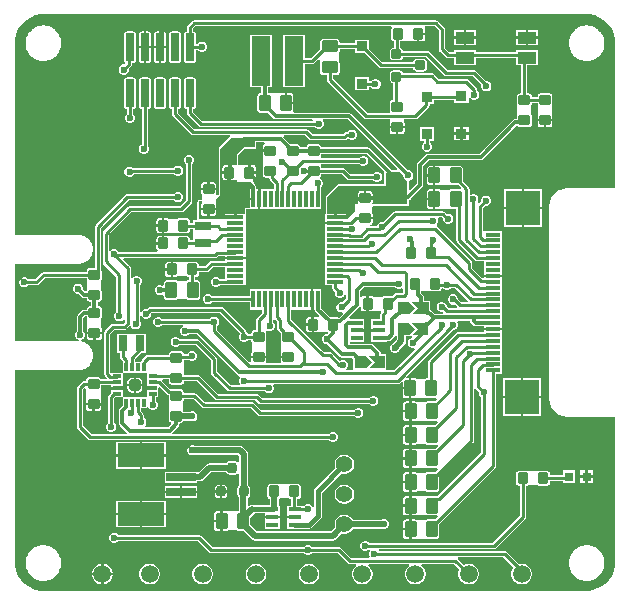
<source format=gtl>
G04*
G04 #@! TF.GenerationSoftware,Altium Limited,Altium Designer,22.10.1 (41)*
G04*
G04 Layer_Physical_Order=1*
G04 Layer_Color=255*
%FSLAX44Y44*%
%MOMM*%
G71*
G04*
G04 #@! TF.SameCoordinates,B11F2CDB-B4DC-4695-A2B3-7529A6E467DA*
G04*
G04*
G04 #@! TF.FilePolarity,Positive*
G04*
G01*
G75*
%ADD10C,0.5000*%
%ADD14C,0.3000*%
%ADD15C,0.4000*%
%ADD19C,0.2540*%
%ADD20R,0.8128X1.0160*%
%ADD21R,2.5000X0.7000*%
%ADD22R,4.0000X2.0000*%
%ADD23R,0.7500X1.4000*%
G04:AMPARAMS|DCode=24|XSize=1mm|YSize=0.9mm|CornerRadius=0.1125mm|HoleSize=0mm|Usage=FLASHONLY|Rotation=90.000|XOffset=0mm|YOffset=0mm|HoleType=Round|Shape=RoundedRectangle|*
%AMROUNDEDRECTD24*
21,1,1.0000,0.6750,0,0,90.0*
21,1,0.7750,0.9000,0,0,90.0*
1,1,0.2250,0.3375,0.3875*
1,1,0.2250,0.3375,-0.3875*
1,1,0.2250,-0.3375,-0.3875*
1,1,0.2250,-0.3375,0.3875*
%
%ADD24ROUNDEDRECTD24*%
%ADD25R,1.0500X0.4000*%
%ADD26R,0.7000X0.3000*%
%ADD27R,0.3000X0.7000*%
G04:AMPARAMS|DCode=28|XSize=1mm|YSize=1mm|CornerRadius=0.25mm|HoleSize=0mm|Usage=FLASHONLY|Rotation=0.000|XOffset=0mm|YOffset=0mm|HoleType=Round|Shape=RoundedRectangle|*
%AMROUNDEDRECTD28*
21,1,1.0000,0.5000,0,0,0.0*
21,1,0.5000,1.0000,0,0,0.0*
1,1,0.5000,0.2500,-0.2500*
1,1,0.5000,-0.2500,-0.2500*
1,1,0.5000,-0.2500,0.2500*
1,1,0.5000,0.2500,0.2500*
%
%ADD28ROUNDEDRECTD28*%
%ADD29R,0.9500X0.9000*%
G04:AMPARAMS|DCode=30|XSize=1.4mm|YSize=1mm|CornerRadius=0.125mm|HoleSize=0mm|Usage=FLASHONLY|Rotation=90.000|XOffset=0mm|YOffset=0mm|HoleType=Round|Shape=RoundedRectangle|*
%AMROUNDEDRECTD30*
21,1,1.4000,0.7500,0,0,90.0*
21,1,1.1500,1.0000,0,0,90.0*
1,1,0.2500,0.3750,0.5750*
1,1,0.2500,0.3750,-0.5750*
1,1,0.2500,-0.3750,-0.5750*
1,1,0.2500,-0.3750,0.5750*
%
%ADD30ROUNDEDRECTD30*%
G04:AMPARAMS|DCode=31|XSize=0.76mm|YSize=2.4mm|CornerRadius=0.114mm|HoleSize=0mm|Usage=FLASHONLY|Rotation=180.000|XOffset=0mm|YOffset=0mm|HoleType=Round|Shape=RoundedRectangle|*
%AMROUNDEDRECTD31*
21,1,0.7600,2.1720,0,0,180.0*
21,1,0.5320,2.4000,0,0,180.0*
1,1,0.2280,-0.2660,1.0860*
1,1,0.2280,0.2660,1.0860*
1,1,0.2280,0.2660,-1.0860*
1,1,0.2280,-0.2660,-1.0860*
%
%ADD31ROUNDEDRECTD31*%
G04:AMPARAMS|DCode=32|XSize=1mm|YSize=0.9mm|CornerRadius=0.1125mm|HoleSize=0mm|Usage=FLASHONLY|Rotation=0.000|XOffset=0mm|YOffset=0mm|HoleType=Round|Shape=RoundedRectangle|*
%AMROUNDEDRECTD32*
21,1,1.0000,0.6750,0,0,0.0*
21,1,0.7750,0.9000,0,0,0.0*
1,1,0.2250,0.3875,-0.3375*
1,1,0.2250,-0.3875,-0.3375*
1,1,0.2250,-0.3875,0.3375*
1,1,0.2250,0.3875,0.3375*
%
%ADD32ROUNDEDRECTD32*%
%ADD33R,1.6000X4.2000*%
G04:AMPARAMS|DCode=34|XSize=1.4mm|YSize=1mm|CornerRadius=0.125mm|HoleSize=0mm|Usage=FLASHONLY|Rotation=0.000|XOffset=0mm|YOffset=0mm|HoleType=Round|Shape=RoundedRectangle|*
%AMROUNDEDRECTD34*
21,1,1.4000,0.7500,0,0,0.0*
21,1,1.1500,1.0000,0,0,0.0*
1,1,0.2500,0.5750,-0.3750*
1,1,0.2500,-0.5750,-0.3750*
1,1,0.2500,-0.5750,0.3750*
1,1,0.2500,0.5750,0.3750*
%
%ADD34ROUNDEDRECTD34*%
%ADD35R,1.3000X0.3000*%
%ADD36R,3.0000X3.0000*%
G04:AMPARAMS|DCode=37|XSize=0.8mm|YSize=0.9mm|CornerRadius=0.2mm|HoleSize=0mm|Usage=FLASHONLY|Rotation=90.000|XOffset=0mm|YOffset=0mm|HoleType=Round|Shape=RoundedRectangle|*
%AMROUNDEDRECTD37*
21,1,0.8000,0.5000,0,0,90.0*
21,1,0.4000,0.9000,0,0,90.0*
1,1,0.4000,0.2500,0.2000*
1,1,0.4000,0.2500,-0.2000*
1,1,0.4000,-0.2500,-0.2000*
1,1,0.4000,-0.2500,0.2000*
%
%ADD37ROUNDEDRECTD37*%
G04:AMPARAMS|DCode=38|XSize=0.8mm|YSize=0.9mm|CornerRadius=0.2mm|HoleSize=0mm|Usage=FLASHONLY|Rotation=180.000|XOffset=0mm|YOffset=0mm|HoleType=Round|Shape=RoundedRectangle|*
%AMROUNDEDRECTD38*
21,1,0.8000,0.5000,0,0,180.0*
21,1,0.4000,0.9000,0,0,180.0*
1,1,0.4000,-0.2000,0.2500*
1,1,0.4000,0.2000,0.2500*
1,1,0.4000,0.2000,-0.2500*
1,1,0.4000,-0.2000,-0.2500*
%
%ADD38ROUNDEDRECTD38*%
%ADD39R,1.4750X0.3000*%
%ADD40R,0.3000X1.4750*%
%ADD41R,1.4000X0.7500*%
%ADD42R,1.5500X1.0000*%
%ADD43R,0.8000X0.8000*%
%ADD71C,1.5000*%
%ADD72C,1.4000*%
%ADD73C,0.6000*%
G36*
X485017Y488965D02*
X487374Y488965D01*
X491999Y488045D01*
X496356Y486241D01*
X500277Y483623D01*
X503613Y480290D01*
X506234Y476370D01*
X508041Y472015D01*
X508963Y467391D01*
X508965Y464999D01*
Y342063D01*
X482524D01*
X482522Y342062D01*
X482520Y342063D01*
X469996Y342039D01*
X469878Y342015D01*
X468513Y342015D01*
X468316Y341975D01*
X468116Y341975D01*
X465223Y341398D01*
X465037Y341321D01*
X464840Y341281D01*
X462115Y340150D01*
X461949Y340039D01*
X461763Y339962D01*
X459311Y338321D01*
X459169Y338179D01*
X459002Y338067D01*
X456918Y335980D01*
X456806Y335813D01*
X456664Y335671D01*
X455027Y333217D01*
X454950Y333031D01*
X454839Y332864D01*
X453712Y330138D01*
X453673Y329941D01*
X453596Y329755D01*
X453022Y326861D01*
X453022Y326660D01*
X452983Y326464D01*
X452984Y325136D01*
X452961Y325026D01*
X452963Y325013D01*
X452961Y325000D01*
Y165000D01*
X452985Y164880D01*
X452985Y163514D01*
X453025Y163317D01*
X453025Y163116D01*
X453602Y160223D01*
X453680Y160037D01*
X453719Y159840D01*
X454850Y157115D01*
X454961Y156949D01*
X455038Y156763D01*
X456679Y154311D01*
X456821Y154169D01*
X456933Y154002D01*
X459020Y151918D01*
X459187Y151806D01*
X459329Y151664D01*
X461783Y150027D01*
X461969Y149950D01*
X462136Y149839D01*
X464862Y148712D01*
X465059Y148673D01*
X465245Y148596D01*
X468139Y148022D01*
X468340Y148023D01*
X468536Y147984D01*
X469868Y147985D01*
X469980Y147961D01*
X469990Y147963D01*
X470000Y147961D01*
X508965D01*
X508965Y24983D01*
X508965Y22626D01*
X508045Y18001D01*
X506241Y13644D01*
X503623Y9723D01*
X500290Y6387D01*
X496370Y3766D01*
X492015Y1960D01*
X487391Y1037D01*
X485033Y1035D01*
X25001D01*
X25000Y1035D01*
X24999Y1035D01*
X22641Y1034D01*
X18013Y1951D01*
X13654Y3753D01*
X9730Y6371D01*
X6392Y9705D01*
X3768Y13625D01*
X1960Y17982D01*
X1037Y22608D01*
X1035Y24967D01*
X1035Y187961D01*
X56316D01*
X56578Y188013D01*
X56844Y188030D01*
X59388Y188712D01*
X59627Y188830D01*
X59879Y188916D01*
X62160Y190232D01*
X62360Y190408D01*
X62582Y190556D01*
X64444Y192418D01*
X64592Y192640D01*
X64768Y192840D01*
X66084Y195121D01*
X66170Y195373D01*
X66288Y195612D01*
X66970Y198156D01*
X66987Y198422D01*
X67039Y198683D01*
Y201317D01*
X66987Y201578D01*
X66970Y201844D01*
X66288Y204388D01*
X66170Y204627D01*
X66084Y204879D01*
X64768Y207160D01*
X64592Y207360D01*
X64444Y207582D01*
X62582Y209444D01*
X62360Y209592D01*
X62160Y209768D01*
X59879Y211084D01*
X59627Y211170D01*
X59388Y211288D01*
X56844Y211970D01*
X56849Y213230D01*
X58419Y213880D01*
X59620Y215081D01*
X60270Y216651D01*
Y218349D01*
X59620Y219919D01*
X58824Y220714D01*
Y231580D01*
X60420Y233176D01*
X61933D01*
Y232625D01*
X62119Y231691D01*
X62250Y231494D01*
Y223506D01*
X62119Y223309D01*
X61933Y222375D01*
Y220000D01*
X74567D01*
Y222375D01*
X74381Y223309D01*
X74250Y223506D01*
Y231494D01*
X74381Y231691D01*
X74567Y232625D01*
Y239375D01*
X74381Y240310D01*
X73852Y241102D01*
X73060Y241631D01*
X72125Y241817D01*
X70949D01*
Y245683D01*
X71875D01*
X72810Y245869D01*
X73602Y246398D01*
X74131Y247190D01*
X74317Y248125D01*
Y254875D01*
X74131Y255809D01*
X74000Y256006D01*
Y263994D01*
X74131Y264191D01*
X74317Y265125D01*
Y271875D01*
X74131Y272809D01*
X73840Y273245D01*
Y307927D01*
X97323Y331410D01*
X135551D01*
X136581Y330380D01*
X138151Y329730D01*
X139849D01*
X141419Y330380D01*
X142620Y331581D01*
X143270Y333151D01*
Y334849D01*
X142620Y336419D01*
X141419Y337620D01*
X139849Y338270D01*
X138151D01*
X136581Y337620D01*
X135551Y336590D01*
X96250D01*
X95259Y336393D01*
X94419Y335831D01*
X69419Y310831D01*
X68857Y309991D01*
X68660Y309000D01*
Y274317D01*
X64125D01*
X63190Y274131D01*
X62398Y273602D01*
X61869Y272809D01*
X61683Y271875D01*
Y271090D01*
X25500D01*
X24509Y270893D01*
X23669Y270331D01*
X17927Y264590D01*
X12449D01*
X11419Y265620D01*
X9849Y266270D01*
X8151D01*
X6581Y265620D01*
X5380Y264419D01*
X4730Y262849D01*
Y261151D01*
X5380Y259581D01*
X6581Y258380D01*
X8151Y257730D01*
X9849D01*
X11419Y258380D01*
X12449Y259410D01*
X19000D01*
X19991Y259607D01*
X20831Y260169D01*
X26573Y265910D01*
X61683D01*
Y265125D01*
X61869Y264191D01*
X62000Y263994D01*
Y256006D01*
X61869Y255809D01*
X61692Y254922D01*
X61492Y254831D01*
X60413Y254581D01*
X58520Y256474D01*
Y257599D01*
X57870Y259169D01*
X56669Y260370D01*
X55099Y261020D01*
X53401D01*
X51831Y260370D01*
X50630Y259169D01*
X49980Y257599D01*
Y255901D01*
X50630Y254331D01*
X51831Y253130D01*
X53401Y252480D01*
X54526D01*
X57503Y249503D01*
X58419Y248891D01*
X59500Y248676D01*
X59500Y248676D01*
X61683D01*
Y248125D01*
X61869Y247190D01*
X62398Y246398D01*
X63190Y245869D01*
X64125Y245683D01*
X65301D01*
Y241817D01*
X64375D01*
X63440Y241631D01*
X62648Y241102D01*
X62119Y240310D01*
X61933Y239375D01*
Y238824D01*
X59250D01*
X59250Y238824D01*
X58169Y238609D01*
X57253Y237997D01*
X54003Y234747D01*
X53391Y233831D01*
X53176Y232750D01*
X53176Y232750D01*
Y220714D01*
X52380Y219919D01*
X51730Y218349D01*
Y216651D01*
X52380Y215081D01*
X53581Y213880D01*
X55151Y213230D01*
X54959Y212039D01*
X1035D01*
Y277961D01*
X56316D01*
X56578Y278013D01*
X56844Y278030D01*
X59388Y278712D01*
X59627Y278830D01*
X59879Y278916D01*
X62160Y280232D01*
X62360Y280408D01*
X62582Y280556D01*
X64444Y282418D01*
X64592Y282640D01*
X64768Y282840D01*
X66084Y285121D01*
X66170Y285373D01*
X66288Y285612D01*
X66970Y288156D01*
X66987Y288422D01*
X67039Y288683D01*
Y291317D01*
X66987Y291578D01*
X66970Y291844D01*
X66288Y294388D01*
X66170Y294627D01*
X66084Y294879D01*
X64768Y297160D01*
X64592Y297360D01*
X64444Y297582D01*
X62582Y299444D01*
X62360Y299592D01*
X62160Y299768D01*
X59879Y301084D01*
X59627Y301170D01*
X59388Y301288D01*
X56844Y301970D01*
X56578Y301987D01*
X56316Y302039D01*
X55000D01*
X55000Y302039D01*
X1035D01*
Y464999D01*
X1035Y465000D01*
X1035Y465001D01*
X1034Y467359D01*
X1951Y471987D01*
X3753Y476346D01*
X6371Y480270D01*
X9705Y483608D01*
X13625Y486231D01*
X17982Y488040D01*
X22608Y488963D01*
X25001Y488965D01*
X335007D01*
X485017Y488965D01*
D02*
G37*
%LPC*%
G36*
X391020Y475520D02*
X383000D01*
Y470250D01*
X391020D01*
Y475520D01*
D02*
G37*
G36*
X443520D02*
X435500D01*
Y470250D01*
X443520D01*
Y475520D01*
D02*
G37*
G36*
X433500D02*
X425480D01*
Y470250D01*
X433500D01*
Y475520D01*
D02*
G37*
G36*
X381000D02*
X372980D01*
Y470250D01*
X381000D01*
Y475520D01*
D02*
G37*
G36*
X348317Y471250D02*
X343500D01*
Y465933D01*
X345875D01*
X346809Y466119D01*
X347602Y466648D01*
X348131Y467440D01*
X348317Y468375D01*
Y471250D01*
D02*
G37*
G36*
X443520Y468250D02*
X435500D01*
Y462980D01*
X443520D01*
Y468250D01*
D02*
G37*
G36*
X433500D02*
X425480D01*
Y462980D01*
X433500D01*
Y468250D01*
D02*
G37*
G36*
X391020D02*
X383000D01*
Y462980D01*
X391020D01*
Y468250D01*
D02*
G37*
G36*
X381000D02*
X372980D01*
Y462980D01*
X381000D01*
Y468250D01*
D02*
G37*
G36*
X113710Y474567D02*
X112050D01*
Y462250D01*
X116167D01*
Y472110D01*
X115980Y473050D01*
X115448Y473848D01*
X114650Y474380D01*
X113710Y474567D01*
D02*
G37*
G36*
X126410D02*
X124750D01*
Y462250D01*
X128867D01*
Y472110D01*
X128680Y473050D01*
X128147Y473848D01*
X127350Y474380D01*
X126410Y474567D01*
D02*
G37*
G36*
X122750D02*
X121090D01*
X120150Y474380D01*
X119353Y473848D01*
X118820Y473050D01*
X118633Y472110D01*
Y462250D01*
X122750D01*
Y474567D01*
D02*
G37*
G36*
X110050D02*
X108390D01*
X107450Y474380D01*
X106652Y473848D01*
X106120Y473050D01*
X105933Y472110D01*
Y462250D01*
X110050D01*
Y474567D01*
D02*
G37*
G36*
X486333Y479501D02*
X483772D01*
X483575Y479462D01*
X483374D01*
X480863Y478962D01*
X480677Y478885D01*
X480480Y478846D01*
X478114Y477866D01*
X477947Y477755D01*
X477762Y477678D01*
X475633Y476255D01*
X475491Y476113D01*
X475324Y476002D01*
X473513Y474191D01*
X473401Y474024D01*
X473259Y473882D01*
X471837Y471753D01*
X471760Y471567D01*
X471648Y471400D01*
X470668Y469034D01*
X470629Y468837D01*
X470552Y468652D01*
X470052Y466140D01*
Y465939D01*
X470013Y465742D01*
Y463181D01*
X470052Y462984D01*
Y462784D01*
X470552Y460272D01*
X470629Y460087D01*
X470668Y459889D01*
X471648Y457524D01*
X471760Y457357D01*
X471837Y457171D01*
X473259Y455042D01*
X473401Y454900D01*
X473513Y454733D01*
X475324Y452922D01*
X475491Y452811D01*
X475633Y452668D01*
X477762Y451246D01*
X477947Y451169D01*
X478114Y451057D01*
X480480Y450077D01*
X480677Y450038D01*
X480863Y449961D01*
X483374Y449462D01*
X483575D01*
X483772Y449423D01*
X486333D01*
X486530Y449462D01*
X486731D01*
X489242Y449961D01*
X489428Y450038D01*
X489625Y450077D01*
X491991Y451057D01*
X492158Y451169D01*
X492343Y451246D01*
X494472Y452668D01*
X494614Y452811D01*
X494781Y452922D01*
X496592Y454733D01*
X496704Y454900D01*
X496846Y455042D01*
X498269Y457171D01*
X498345Y457357D01*
X498457Y457524D01*
X499437Y459889D01*
X499476Y460087D01*
X499553Y460272D01*
X500052Y462784D01*
Y462984D01*
X500092Y463181D01*
Y465742D01*
X500052Y465939D01*
Y466140D01*
X499553Y468652D01*
X499476Y468837D01*
X499437Y469034D01*
X498457Y471400D01*
X498345Y471567D01*
X498269Y471753D01*
X496846Y473882D01*
X496704Y474024D01*
X496592Y474191D01*
X494781Y476002D01*
X494614Y476113D01*
X494472Y476255D01*
X492343Y477678D01*
X492158Y477755D01*
X491991Y477866D01*
X489625Y478846D01*
X489428Y478885D01*
X489242Y478962D01*
X486731Y479462D01*
X486530D01*
X486333Y479501D01*
D02*
G37*
G36*
X26333D02*
X23772D01*
X23575Y479462D01*
X23374D01*
X20863Y478962D01*
X20677Y478885D01*
X20480Y478846D01*
X18114Y477866D01*
X17947Y477755D01*
X17762Y477678D01*
X15633Y476255D01*
X15491Y476113D01*
X15324Y476002D01*
X13513Y474191D01*
X13401Y474024D01*
X13259Y473882D01*
X11837Y471753D01*
X11760Y471567D01*
X11648Y471400D01*
X10668Y469034D01*
X10629Y468837D01*
X10552Y468652D01*
X10052Y466140D01*
Y465939D01*
X10013Y465742D01*
Y463181D01*
X10052Y462984D01*
Y462784D01*
X10552Y460272D01*
X10629Y460087D01*
X10668Y459889D01*
X11648Y457524D01*
X11760Y457357D01*
X11837Y457171D01*
X13259Y455042D01*
X13401Y454900D01*
X13513Y454733D01*
X15324Y452922D01*
X15491Y452811D01*
X15633Y452668D01*
X17762Y451246D01*
X17947Y451169D01*
X18114Y451057D01*
X20480Y450077D01*
X20677Y450038D01*
X20863Y449961D01*
X23374Y449462D01*
X23575D01*
X23772Y449423D01*
X26333D01*
X26530Y449462D01*
X26731D01*
X29242Y449961D01*
X29428Y450038D01*
X29625Y450077D01*
X31991Y451057D01*
X32158Y451169D01*
X32343Y451246D01*
X34472Y452668D01*
X34614Y452811D01*
X34781Y452922D01*
X36592Y454733D01*
X36704Y454900D01*
X36846Y455042D01*
X38268Y457171D01*
X38345Y457357D01*
X38457Y457524D01*
X39437Y459889D01*
X39476Y460087D01*
X39553Y460272D01*
X40052Y462784D01*
Y462984D01*
X40092Y463181D01*
Y465742D01*
X40052Y465939D01*
Y466140D01*
X39553Y468652D01*
X39476Y468837D01*
X39437Y469034D01*
X38457Y471400D01*
X38345Y471567D01*
X38268Y471753D01*
X36846Y473882D01*
X36704Y474024D01*
X36592Y474191D01*
X34781Y476002D01*
X34614Y476113D01*
X34472Y476255D01*
X32343Y477678D01*
X32158Y477755D01*
X31991Y477866D01*
X29625Y478846D01*
X29428Y478885D01*
X29242Y478962D01*
X26731Y479462D01*
X26530D01*
X26333Y479501D01*
D02*
G37*
G36*
X139110Y474567D02*
X133790D01*
X132850Y474380D01*
X132052Y473848D01*
X131520Y473050D01*
X131333Y472110D01*
Y450390D01*
X131520Y449450D01*
X132052Y448652D01*
X132850Y448120D01*
X133790Y447933D01*
X139110D01*
X140050Y448120D01*
X140848Y448652D01*
X141380Y449450D01*
X141567Y450390D01*
Y472110D01*
X141380Y473050D01*
X140848Y473848D01*
X140050Y474380D01*
X139110Y474567D01*
D02*
G37*
G36*
X128867Y460250D02*
X124750D01*
Y447933D01*
X126410D01*
X127350Y448120D01*
X128147Y448652D01*
X128680Y449450D01*
X128867Y450390D01*
Y460250D01*
D02*
G37*
G36*
X122750D02*
X118633D01*
Y450390D01*
X118820Y449450D01*
X119353Y448652D01*
X120150Y448120D01*
X121090Y447933D01*
X122750D01*
Y460250D01*
D02*
G37*
G36*
X116167D02*
X112050D01*
Y447933D01*
X113710D01*
X114650Y448120D01*
X115448Y448652D01*
X115980Y449450D01*
X116167Y450390D01*
Y460250D01*
D02*
G37*
G36*
X110050D02*
X105933D01*
Y450390D01*
X106120Y449450D01*
X106652Y448652D01*
X107450Y448120D01*
X108390Y447933D01*
X110050D01*
Y460250D01*
D02*
G37*
G36*
X246770Y471520D02*
X228230D01*
Y426980D01*
X246770D01*
Y446660D01*
X252750D01*
X253741Y446857D01*
X254581Y447419D01*
X258327Y451164D01*
X259500Y450678D01*
Y449000D01*
X259500Y449000D01*
X259500D01*
X259418Y448823D01*
X259376Y448733D01*
X259181Y447750D01*
Y440250D01*
X259376Y439267D01*
X259933Y438433D01*
X260767Y437876D01*
X261750Y437681D01*
X264910D01*
Y433750D01*
X265107Y432759D01*
X265669Y431919D01*
X296669Y400919D01*
X297509Y400357D01*
X298500Y400160D01*
X318500D01*
Y398006D01*
X318369Y397809D01*
X318183Y396875D01*
Y394500D01*
X330817D01*
Y396875D01*
X330631Y397809D01*
X330500Y398006D01*
Y400160D01*
X340000D01*
X340991Y400357D01*
X341831Y400919D01*
X351259Y410347D01*
X351820Y411187D01*
X352018Y412178D01*
Y413230D01*
X355770D01*
Y416410D01*
X372980D01*
Y413730D01*
X385020D01*
Y418296D01*
X386290Y418549D01*
X386380Y418331D01*
X387581Y417130D01*
X389151Y416480D01*
X390849D01*
X392419Y417130D01*
X393620Y418331D01*
X394270Y419901D01*
Y421599D01*
X393620Y423169D01*
X392439Y424349D01*
Y425150D01*
X392242Y426141D01*
X391681Y426982D01*
X384831Y433831D01*
X383991Y434393D01*
X383000Y434590D01*
X359573D01*
X355831Y438331D01*
X354991Y438893D01*
X354000Y439090D01*
X329667D01*
X329580Y439526D01*
X328857Y440608D01*
X327776Y441330D01*
X326500Y441584D01*
X321500D01*
X320224Y441330D01*
X319142Y440608D01*
X318420Y439526D01*
X318166Y438250D01*
Y434250D01*
X318420Y432974D01*
X319142Y431893D01*
X320224Y431170D01*
X321410Y430934D01*
Y416317D01*
X320625D01*
X319690Y416131D01*
X318898Y415602D01*
X318369Y414809D01*
X318183Y413875D01*
Y407125D01*
X318286Y406610D01*
X317658Y405559D01*
X317410Y405340D01*
X299573D01*
X270090Y434823D01*
Y437681D01*
X273250D01*
X274233Y437876D01*
X275067Y438433D01*
X275624Y439267D01*
X275819Y440250D01*
Y447750D01*
X275624Y448733D01*
X275500Y449000D01*
X275500Y449000D01*
Y457000D01*
X275500Y457000D01*
X275500D01*
X275582Y457177D01*
X275624Y457267D01*
X275819Y458250D01*
Y459410D01*
X288480D01*
Y455980D01*
X296857D01*
X308919Y443919D01*
X309759Y443357D01*
X310750Y443160D01*
X338283D01*
X338420Y442474D01*
X339142Y441393D01*
X340224Y440670D01*
X341500Y440416D01*
X346500D01*
X347776Y440670D01*
X348857Y441393D01*
X349580Y442474D01*
X349834Y443750D01*
Y447750D01*
X349580Y449026D01*
X348857Y450107D01*
X347776Y450830D01*
X346500Y451084D01*
X341500D01*
X340224Y450830D01*
X339142Y450107D01*
X338420Y449026D01*
X338283Y448340D01*
X311823D01*
X300520Y459642D01*
Y467520D01*
X288480D01*
Y464590D01*
X275819D01*
Y465750D01*
X275624Y466733D01*
X275067Y467567D01*
X274233Y468124D01*
X273250Y468319D01*
X261750D01*
X260767Y468124D01*
X259933Y467567D01*
X259376Y466733D01*
X259181Y465750D01*
Y459343D01*
X251677Y451840D01*
X246770D01*
Y471520D01*
D02*
G37*
G36*
X101010Y474567D02*
X95690D01*
X94750Y474380D01*
X93953Y473848D01*
X93420Y473050D01*
X93233Y472110D01*
Y450390D01*
X93420Y449450D01*
X93953Y448652D01*
X94078Y447539D01*
X93106Y446480D01*
X92111D01*
X90541Y445830D01*
X89340Y444629D01*
X88690Y443059D01*
Y441361D01*
X89340Y439791D01*
X90541Y438590D01*
X92111Y437940D01*
X93809D01*
X95379Y438590D01*
X96580Y439791D01*
X97230Y441361D01*
Y442817D01*
X99578Y445166D01*
X100140Y446006D01*
X100337Y446997D01*
Y447933D01*
X101010D01*
X101950Y448120D01*
X102747Y448652D01*
X103280Y449450D01*
X103467Y450390D01*
Y472110D01*
X103280Y473050D01*
X102747Y473848D01*
X101950Y474380D01*
X101010Y474567D01*
D02*
G37*
G36*
X300520Y436020D02*
X288480D01*
Y424480D01*
X300520D01*
Y427160D01*
X302801D01*
X303831Y426130D01*
X305401Y425480D01*
X307099D01*
X308669Y426130D01*
X309870Y427331D01*
X310520Y428901D01*
Y430599D01*
X309870Y432169D01*
X308669Y433370D01*
X307099Y434020D01*
X305401D01*
X303831Y433370D01*
X302801Y432340D01*
X300520D01*
Y436020D01*
D02*
G37*
G36*
X234250Y422319D02*
X231500D01*
Y415000D01*
X236819D01*
Y419750D01*
X236624Y420733D01*
X236067Y421567D01*
X235233Y422124D01*
X234250Y422319D01*
D02*
G37*
G36*
X126410Y435567D02*
X121090D01*
X120150Y435380D01*
X119353Y434847D01*
X118820Y434050D01*
X118633Y433110D01*
Y411390D01*
X118820Y410450D01*
X119353Y409652D01*
X120150Y409120D01*
X121090Y408933D01*
X126410D01*
X127350Y409120D01*
X128147Y409652D01*
X128680Y410450D01*
X128867Y411390D01*
Y433110D01*
X128680Y434050D01*
X128147Y434847D01*
X127350Y435380D01*
X126410Y435567D01*
D02*
G37*
G36*
X357500Y483840D02*
X152750D01*
X151759Y483643D01*
X150919Y483081D01*
X147319Y479481D01*
X146757Y478641D01*
X146560Y477650D01*
Y474567D01*
X146490D01*
X145550Y474380D01*
X144753Y473848D01*
X144220Y473050D01*
X144033Y472110D01*
Y450390D01*
X144220Y449450D01*
X144753Y448652D01*
X145550Y448120D01*
X146490Y447933D01*
X151810D01*
X152750Y448120D01*
X153547Y448652D01*
X154080Y449450D01*
X154267Y450390D01*
Y458910D01*
X155801D01*
X156831Y457880D01*
X158401Y457230D01*
X160099D01*
X161669Y457880D01*
X162870Y459081D01*
X163520Y460651D01*
Y462349D01*
X162870Y463919D01*
X161669Y465120D01*
X160099Y465770D01*
X158401D01*
X156831Y465120D01*
X155801Y464090D01*
X154267D01*
Y472110D01*
X154080Y473050D01*
X153547Y473848D01*
X152750Y474380D01*
X151810Y474567D01*
X151740D01*
Y476577D01*
X153823Y478660D01*
X319496D01*
X320090Y477390D01*
X319869Y477060D01*
X319683Y476125D01*
Y468375D01*
X319869Y467440D01*
X320398Y466648D01*
X321190Y466119D01*
X322125Y465933D01*
X322160D01*
Y460584D01*
X321500D01*
X320224Y460330D01*
X319142Y459608D01*
X318420Y458526D01*
X318166Y457250D01*
Y453250D01*
X318420Y451974D01*
X319142Y450892D01*
X320224Y450170D01*
X321500Y449916D01*
X326500D01*
X327776Y450170D01*
X328857Y450892D01*
X329580Y451974D01*
X329717Y452660D01*
X349177D01*
X364419Y437419D01*
X365259Y436857D01*
X366250Y436660D01*
X388427D01*
X395879Y429209D01*
X395730Y428849D01*
Y427151D01*
X396380Y425581D01*
X397581Y424380D01*
X399151Y423730D01*
X400849D01*
X402419Y424380D01*
X403620Y425581D01*
X404270Y427151D01*
Y428849D01*
X403620Y430419D01*
X402419Y431620D01*
X400849Y432270D01*
X400143D01*
X391331Y441081D01*
X390491Y441643D01*
X389500Y441840D01*
X367323D01*
X352081Y457081D01*
X351241Y457643D01*
X350250Y457840D01*
X329717D01*
X329580Y458526D01*
X328857Y459608D01*
X327776Y460330D01*
X327340Y460417D01*
Y465933D01*
X328875D01*
X329809Y466119D01*
X330006Y466250D01*
X337994D01*
X338190Y466119D01*
X339125Y465933D01*
X341500D01*
Y472250D01*
X342500D01*
Y473250D01*
X348317D01*
Y476125D01*
X348131Y477060D01*
X347910Y477390D01*
X348503Y478660D01*
X356427D01*
X360160Y474927D01*
Y459250D01*
X360357Y458259D01*
X360919Y457419D01*
X365669Y452669D01*
X366509Y452107D01*
X367500Y451910D01*
X372980D01*
Y445980D01*
X391020D01*
Y451910D01*
X425480D01*
Y445980D01*
X429660D01*
Y422067D01*
X428375D01*
X427440Y421881D01*
X426648Y421352D01*
X426119Y420559D01*
X425933Y419625D01*
Y412875D01*
X426119Y411940D01*
X426250Y411744D01*
Y403756D01*
X426119Y403559D01*
X425933Y402625D01*
Y400472D01*
X424648D01*
X424647Y400472D01*
X423567Y400257D01*
X422650Y399645D01*
X422650Y399645D01*
X394080Y371074D01*
X350500D01*
X349419Y370859D01*
X348503Y370247D01*
X348503Y370247D01*
X342003Y363747D01*
X341391Y362831D01*
X341176Y361750D01*
X341176Y361750D01*
Y345670D01*
X335798Y340292D01*
X334625Y340778D01*
Y348230D01*
X334849D01*
X336419Y348880D01*
X337620Y350081D01*
X338270Y351651D01*
Y353349D01*
X337620Y354919D01*
X336419Y356120D01*
X334849Y356770D01*
X333724D01*
X285747Y404747D01*
X284831Y405359D01*
X283750Y405574D01*
X283750Y405574D01*
X236904D01*
X236885Y405594D01*
X236341Y406844D01*
X236624Y407267D01*
X236819Y408250D01*
Y413000D01*
X230500D01*
Y414000D01*
X229500D01*
Y422319D01*
X226750D01*
X225767Y422124D01*
X225500Y422000D01*
X225500Y422000D01*
X217500Y422000D01*
X217500Y422000D01*
Y422000D01*
X217323Y422082D01*
X217233Y422124D01*
X216250Y422319D01*
X215324D01*
Y426980D01*
X218770D01*
Y471520D01*
X200230D01*
Y426980D01*
X209676D01*
Y422319D01*
X208750D01*
X207767Y422124D01*
X206933Y421567D01*
X206376Y420733D01*
X206181Y419750D01*
Y408250D01*
X206376Y407267D01*
X206933Y406433D01*
X207767Y405876D01*
X208750Y405681D01*
X214825D01*
X219753Y400753D01*
X219753Y400753D01*
X220669Y400141D01*
X221750Y399926D01*
X221750Y399926D01*
X252635D01*
X253314Y398656D01*
X253270Y398590D01*
X159573D01*
X151740Y406423D01*
Y408933D01*
X151810D01*
X152750Y409120D01*
X153547Y409652D01*
X154080Y410450D01*
X154267Y411390D01*
Y433110D01*
X154080Y434050D01*
X153547Y434847D01*
X152750Y435380D01*
X151810Y435567D01*
X146490D01*
X145550Y435380D01*
X144753Y434847D01*
X144220Y434050D01*
X144033Y433110D01*
Y411390D01*
X144220Y410450D01*
X144753Y409652D01*
X145550Y409120D01*
X146490Y408933D01*
X146560D01*
Y405350D01*
X146757Y404359D01*
X147319Y403519D01*
X156669Y394169D01*
X157509Y393607D01*
X158500Y393410D01*
X254551D01*
X255581Y392380D01*
X257151Y391730D01*
X258849D01*
X260419Y392380D01*
X261620Y393581D01*
X262270Y395151D01*
Y396849D01*
X261620Y398419D01*
X261383Y398656D01*
X261909Y399926D01*
X282580D01*
X324462Y358044D01*
X323971Y356873D01*
X320341Y356903D01*
X301747Y375497D01*
X300831Y376109D01*
X299750Y376324D01*
X299750Y376324D01*
X260317D01*
Y376875D01*
X260131Y377809D01*
X259602Y378602D01*
X258810Y379131D01*
X257875Y379317D01*
X250125D01*
X249191Y379131D01*
X248398Y378602D01*
X247869Y377809D01*
X247683Y376875D01*
Y376324D01*
X242317D01*
Y376875D01*
X242131Y377809D01*
X241602Y378602D01*
X240809Y379131D01*
X239875Y379317D01*
X234177D01*
X228354Y385140D01*
X228407Y385589D01*
X228792Y386410D01*
X246677D01*
X250169Y382919D01*
X251009Y382357D01*
X252000Y382160D01*
X279500D01*
X280491Y382357D01*
X281331Y382919D01*
X282823Y384410D01*
X283051D01*
X284081Y383380D01*
X285651Y382730D01*
X287349D01*
X288919Y383380D01*
X290120Y384581D01*
X290770Y386151D01*
Y387849D01*
X290120Y389419D01*
X288919Y390620D01*
X287349Y391270D01*
X285651D01*
X284081Y390620D01*
X283051Y389590D01*
X281750D01*
X280759Y389393D01*
X279919Y388831D01*
X278427Y387340D01*
X253073D01*
X249581Y390831D01*
X248741Y391393D01*
X247750Y391590D01*
X152823D01*
X139040Y405373D01*
Y408933D01*
X139110D01*
X140050Y409120D01*
X140848Y409652D01*
X141380Y410450D01*
X141567Y411390D01*
Y433110D01*
X141380Y434050D01*
X140848Y434847D01*
X140050Y435380D01*
X139110Y435567D01*
X133790D01*
X132850Y435380D01*
X132052Y434847D01*
X131520Y434050D01*
X131333Y433110D01*
Y411390D01*
X131520Y410450D01*
X132052Y409652D01*
X132850Y409120D01*
X133790Y408933D01*
X133860D01*
Y404300D01*
X134057Y403309D01*
X134619Y402469D01*
X149919Y387169D01*
X150759Y386607D01*
X151750Y386410D01*
X182931D01*
X183184Y385140D01*
X182778Y384972D01*
X182778Y384972D01*
X174028Y376222D01*
X173625Y375250D01*
X173625Y375250D01*
Y336569D01*
X172693Y335637D01*
X171306Y336046D01*
X171131Y336690D01*
X171317Y337625D01*
Y340000D01*
X158683D01*
Y337625D01*
X158869Y336690D01*
X159000Y336494D01*
Y331875D01*
X157000D01*
X157000Y331875D01*
X156028Y331472D01*
X156028Y331472D01*
X155778Y331222D01*
X155375Y330250D01*
X155375Y330250D01*
Y316000D01*
X154510Y314770D01*
X151730D01*
Y312340D01*
X149317D01*
Y313875D01*
X149131Y314809D01*
X148602Y315602D01*
X147809Y316131D01*
X146875Y316317D01*
X140125D01*
X139191Y316131D01*
X138994Y316000D01*
X131006D01*
X130809Y316131D01*
X129875Y316317D01*
X127500D01*
Y310000D01*
Y303683D01*
X129875D01*
X130809Y303869D01*
X131006Y304000D01*
X138994D01*
X139191Y303869D01*
X140125Y303683D01*
X146875D01*
X147809Y303869D01*
X148602Y304398D01*
X149131Y305191D01*
X149317Y306125D01*
Y307160D01*
X151730D01*
Y304730D01*
X151750D01*
Y300270D01*
X151730D01*
Y297840D01*
X149317D01*
Y298875D01*
X149131Y299809D01*
X148602Y300602D01*
X147809Y301131D01*
X146875Y301317D01*
X140125D01*
X139191Y301131D01*
X138994Y301000D01*
X131006D01*
X130809Y301131D01*
X129875Y301317D01*
X127500D01*
Y295000D01*
X126500D01*
Y294000D01*
X120683D01*
Y291125D01*
X120869Y290191D01*
X121398Y289398D01*
X121830Y289110D01*
X121445Y287840D01*
X88506D01*
X88370Y288169D01*
X87169Y289370D01*
X85599Y290020D01*
X83901D01*
X82331Y289370D01*
X81610Y288648D01*
X80340Y289174D01*
Y302177D01*
X99573Y321410D01*
X141971D01*
X142962Y321607D01*
X143802Y322169D01*
X150331Y328698D01*
X150893Y329538D01*
X151090Y330529D01*
Y362051D01*
X152120Y363081D01*
X152770Y364651D01*
Y366349D01*
X152120Y367919D01*
X150919Y369120D01*
X149349Y369770D01*
X147651D01*
X146081Y369120D01*
X144880Y367919D01*
X144230Y366349D01*
Y364651D01*
X144880Y363081D01*
X145910Y362051D01*
Y331602D01*
X140898Y326590D01*
X98500D01*
X97509Y326393D01*
X96669Y325831D01*
X75919Y305081D01*
X75357Y304241D01*
X75160Y303250D01*
Y279750D01*
X75357Y278759D01*
X75919Y277919D01*
X86910Y266927D01*
Y236699D01*
X85880Y235669D01*
X85230Y234099D01*
Y232401D01*
X85880Y230831D01*
X87081Y229630D01*
X88651Y228980D01*
X90349D01*
X91919Y229630D01*
X92640Y230352D01*
X93910Y229825D01*
Y228323D01*
X92677Y227090D01*
X84250D01*
X83259Y226893D01*
X82419Y226331D01*
X77419Y221331D01*
X76857Y220491D01*
X76660Y219500D01*
Y184750D01*
X76857Y183759D01*
X77419Y182919D01*
X78978Y181360D01*
X78452Y180090D01*
X73675D01*
X73631Y180309D01*
X73102Y181102D01*
X72309Y181631D01*
X71375Y181817D01*
X63625D01*
X62691Y181631D01*
X61898Y181102D01*
X61369Y180309D01*
X61183Y179375D01*
Y178590D01*
X59750D01*
X58759Y178393D01*
X57919Y177831D01*
X54294Y174206D01*
X53732Y173366D01*
X53535Y172375D01*
Y139625D01*
X53732Y138634D01*
X54294Y137794D01*
X62919Y129169D01*
X63759Y128607D01*
X64750Y128410D01*
X266801D01*
X267831Y127380D01*
X269401Y126730D01*
X271099D01*
X272669Y127380D01*
X273870Y128581D01*
X274520Y130151D01*
Y131849D01*
X273870Y133419D01*
X272669Y134620D01*
X271099Y135270D01*
X269401D01*
X267831Y134620D01*
X266801Y133590D01*
X134824D01*
X134320Y134860D01*
X139497Y140037D01*
X140109Y140953D01*
X140262Y141723D01*
X140324Y142034D01*
X141041Y143074D01*
X141476Y143161D01*
X141566Y143221D01*
X142310Y143369D01*
X143102Y143898D01*
X143631Y144691D01*
X143674Y144906D01*
X148805D01*
X148831Y144880D01*
X150401Y144230D01*
X152099D01*
X153669Y144880D01*
X154870Y146081D01*
X155520Y147651D01*
Y149349D01*
X154870Y150919D01*
X153669Y152120D01*
X152099Y152770D01*
X150401D01*
X149976Y152594D01*
X143773D01*
X143631Y153309D01*
X143500Y153506D01*
Y161494D01*
X143631Y161691D01*
X143817Y162625D01*
Y163410D01*
X151677D01*
X158975Y156113D01*
X159815Y155551D01*
X160806Y155354D01*
X200483D01*
X206419Y149419D01*
X207259Y148857D01*
X208250Y148660D01*
X288301D01*
X289331Y147630D01*
X290901Y146980D01*
X292599D01*
X294169Y147630D01*
X295370Y148831D01*
X296020Y150401D01*
Y152099D01*
X295370Y153669D01*
X294169Y154870D01*
X292599Y155520D01*
X290901D01*
X289331Y154870D01*
X288301Y153840D01*
X209323D01*
X203387Y159775D01*
X202547Y160337D01*
X201556Y160534D01*
X161879D01*
X154581Y167831D01*
X153741Y168393D01*
X152750Y168590D01*
X143817D01*
Y169375D01*
X143631Y170309D01*
X143102Y171102D01*
X142310Y171631D01*
X141375Y171817D01*
X133625D01*
X132858Y171664D01*
X132498D01*
X125522Y178640D01*
X126048Y179910D01*
X131433D01*
Y177875D01*
X131619Y176940D01*
X132148Y176148D01*
X132941Y175619D01*
X133875Y175433D01*
X141625D01*
X142559Y175619D01*
X143352Y176148D01*
X143881Y176940D01*
X144067Y177875D01*
Y178660D01*
X154677D01*
X170169Y163169D01*
X171009Y162607D01*
X172000Y162410D01*
X204427D01*
X207169Y159669D01*
X208009Y159107D01*
X209000Y158910D01*
X301051D01*
X302081Y157880D01*
X303651Y157230D01*
X305349D01*
X306919Y157880D01*
X308120Y159081D01*
X308770Y160651D01*
Y162349D01*
X308120Y163919D01*
X306919Y165120D01*
X305349Y165770D01*
X303651D01*
X302081Y165120D01*
X301051Y164090D01*
X210073D01*
X207331Y166831D01*
X206491Y167393D01*
X205500Y167590D01*
X173073D01*
X157581Y183081D01*
X156741Y183643D01*
X155750Y183840D01*
X144067D01*
Y184625D01*
X143881Y185560D01*
X143750Y185756D01*
Y193744D01*
X143881Y193941D01*
X144067Y194875D01*
Y196285D01*
X148176D01*
X148581Y195880D01*
X150151Y195230D01*
X151849D01*
X153419Y195880D01*
X154620Y197081D01*
X155270Y198651D01*
Y200349D01*
X154620Y201919D01*
X153419Y203120D01*
X151849Y203770D01*
X150151D01*
X148581Y203120D01*
X147380Y201919D01*
X147192Y201465D01*
X144067D01*
Y201625D01*
X143881Y202559D01*
X143352Y203352D01*
X142559Y203881D01*
X141625Y204067D01*
X133875D01*
X132941Y203881D01*
X132148Y203352D01*
X131619Y202559D01*
X131433Y201625D01*
Y200840D01*
X114000D01*
X113009Y200643D01*
X112169Y200081D01*
X108399Y196311D01*
X107837Y195471D01*
X107698Y194770D01*
X102590D01*
Y197177D01*
X107393Y201980D01*
X112020D01*
Y218520D01*
X101980D01*
Y218500D01*
X97520D01*
Y218520D01*
X87480D01*
Y201980D01*
X89910D01*
Y199000D01*
X90107Y198009D01*
X90669Y197169D01*
X91924Y195913D01*
X92230Y194770D01*
X92230Y194770D01*
X92230D01*
X92230Y194770D01*
Y185270D01*
X82730D01*
X81840Y186171D01*
Y218427D01*
X85323Y221910D01*
X93750D01*
X94741Y222107D01*
X95581Y222669D01*
X97886Y224973D01*
X99234Y224798D01*
X99372Y224703D01*
X99630Y224081D01*
X100831Y222880D01*
X102401Y222230D01*
X104099D01*
X105669Y222880D01*
X106870Y224081D01*
X107520Y225651D01*
Y227349D01*
X106870Y228919D01*
X106502Y229287D01*
Y259463D01*
X107620Y260581D01*
X108270Y262151D01*
Y263849D01*
X107620Y265419D01*
X106419Y266620D01*
X104849Y267270D01*
X103151D01*
X101581Y266620D01*
X100380Y265419D01*
X100360Y265370D01*
X99090Y265622D01*
Y274000D01*
X98893Y274991D01*
X98331Y275831D01*
X92676Y281487D01*
X93162Y282660D01*
X170000D01*
X170991Y282857D01*
X171831Y283419D01*
X173093Y284680D01*
X178975D01*
Y283500D01*
X196265D01*
Y289730D01*
Y299730D01*
Y309730D01*
Y319212D01*
X196472Y319298D01*
X196875Y320270D01*
Y323875D01*
X199730D01*
Y323735D01*
X206500D01*
Y332380D01*
Y341025D01*
X205324D01*
Y342500D01*
X205324Y342500D01*
X205109Y343581D01*
X204497Y344497D01*
X203875Y345120D01*
Y345500D01*
X203472Y346472D01*
X203472Y346472D01*
X202531Y347413D01*
X202765Y348276D01*
X203027Y348713D01*
X203809Y348869D01*
X204602Y349398D01*
X205131Y350191D01*
X205317Y351125D01*
Y354000D01*
X199500D01*
Y355000D01*
X198500D01*
Y361317D01*
X196125D01*
X195191Y361131D01*
X194994Y361000D01*
X190125D01*
Y369931D01*
X195069Y374875D01*
X203000D01*
X203420Y375049D01*
X203856Y375174D01*
X204856Y375971D01*
X204896Y376043D01*
X204972Y376074D01*
X205146Y376494D01*
X205366Y376891D01*
X205343Y376970D01*
X205375Y377046D01*
Y380426D01*
X212190D01*
X212315Y379156D01*
X212190Y379131D01*
X211398Y378602D01*
X210869Y377809D01*
X210683Y376875D01*
Y374500D01*
X217000D01*
Y372500D01*
X210683D01*
Y370125D01*
X210869Y369190D01*
X211000Y368994D01*
Y361006D01*
X210869Y360810D01*
X210683Y359875D01*
Y353125D01*
X210869Y352191D01*
X211398Y351398D01*
X212190Y350869D01*
X213125Y350683D01*
X216410D01*
Y350000D01*
X216607Y349009D01*
X217169Y348169D01*
X219910Y345427D01*
Y341025D01*
X208500D01*
Y332380D01*
Y323735D01*
X260270D01*
Y341025D01*
X260090D01*
Y342301D01*
X261120Y343331D01*
X261770Y344901D01*
Y346599D01*
X261120Y348169D01*
X259919Y349370D01*
X259153Y349687D01*
X259074Y349957D01*
X259119Y351076D01*
X259602Y351398D01*
X260131Y352191D01*
X260317Y353125D01*
Y353910D01*
X277427D01*
X281919Y349419D01*
X282759Y348857D01*
X283750Y348660D01*
X304301D01*
X305331Y347630D01*
X306901Y346980D01*
X308599D01*
X310169Y347630D01*
X311370Y348831D01*
X312020Y350401D01*
Y352099D01*
X311370Y353669D01*
X310169Y354870D01*
X308599Y355520D01*
X306901D01*
X305331Y354870D01*
X304301Y353840D01*
X284823D01*
X280331Y358331D01*
X279491Y358893D01*
X278500Y359090D01*
X260317D01*
Y359875D01*
X260131Y360810D01*
X260077Y360890D01*
X260384Y362160D01*
X292551D01*
X293581Y361130D01*
X295151Y360480D01*
X296849D01*
X298419Y361130D01*
X299620Y362331D01*
X300270Y363901D01*
Y365599D01*
X299620Y367169D01*
X298419Y368370D01*
X296849Y369020D01*
X295151D01*
X293581Y368370D01*
X292551Y367340D01*
X260000D01*
Y368994D01*
X260131Y369190D01*
X260317Y370125D01*
Y370676D01*
X298580D01*
X313906Y355350D01*
X313828Y355161D01*
X313625Y354677D01*
X313627Y354674D01*
X313625Y354671D01*
Y344875D01*
X274500D01*
X273528Y344472D01*
X273528Y344472D01*
X264528Y335472D01*
X264125Y334500D01*
X264125Y334500D01*
Y320270D01*
X263735D01*
Y313500D01*
X272380D01*
Y311500D01*
X263735D01*
Y309730D01*
Y299730D01*
Y289730D01*
Y279730D01*
Y269730D01*
Y259730D01*
X269790D01*
Y257190D01*
X269987Y256199D01*
X270549Y255359D01*
X271826Y254081D01*
X271730Y253849D01*
Y252151D01*
X272380Y250581D01*
X273581Y249380D01*
X275151Y248730D01*
X276849D01*
X278419Y249380D01*
X279620Y250581D01*
X280104Y251751D01*
X281374Y251498D01*
Y248287D01*
X278107Y245020D01*
X276651D01*
X275081Y244370D01*
X273880Y243169D01*
X273230Y241599D01*
Y239901D01*
X273880Y238331D01*
X275081Y237130D01*
X276651Y236480D01*
X277940D01*
X278548Y235292D01*
X275308Y232052D01*
X275052D01*
X274559Y232381D01*
X273625Y232567D01*
X267927D01*
X260324Y240170D01*
Y247620D01*
X260270Y247893D01*
Y256265D01*
X253500D01*
Y247620D01*
Y238975D01*
X254681D01*
X254891Y237919D01*
X255503Y237003D01*
X258526Y233980D01*
X258144Y232565D01*
X257560Y232381D01*
X256625Y232567D01*
X254250D01*
Y226250D01*
Y219933D01*
X256625D01*
X257560Y220119D01*
X257756Y220250D01*
X265710D01*
X265760Y220198D01*
X266010Y219329D01*
X266042Y218973D01*
X265141Y218020D01*
X264151D01*
X262581Y217370D01*
X261380Y216169D01*
X260730Y214599D01*
Y212901D01*
X261380Y211331D01*
X262581Y210130D01*
X264151Y209480D01*
X265276D01*
X275758Y198998D01*
X276674Y198386D01*
X277755Y198171D01*
X277755Y198171D01*
X286528D01*
X287593Y197106D01*
Y188400D01*
X286659Y187590D01*
X282174D01*
X281648Y188860D01*
X282120Y189331D01*
X282770Y190901D01*
Y192599D01*
X282120Y194169D01*
X280919Y195370D01*
X279349Y196020D01*
X277651D01*
X276081Y195370D01*
X276062Y195351D01*
X269331Y202081D01*
X268491Y202643D01*
X267500Y202840D01*
X262573D01*
X235090Y230323D01*
Y238975D01*
X251500D01*
Y247620D01*
Y256265D01*
X199730D01*
Y250210D01*
X167829D01*
X166789Y251250D01*
X165219Y251900D01*
X163521D01*
X161951Y251250D01*
X160750Y250049D01*
X160100Y248479D01*
Y246781D01*
X160750Y245211D01*
X161951Y244010D01*
X163521Y243360D01*
X165219D01*
X166789Y244010D01*
X167809Y245030D01*
X199730D01*
Y238975D01*
X209910D01*
Y236323D01*
X205669Y232081D01*
X205107Y231241D01*
X204910Y230250D01*
Y221817D01*
X203625D01*
X202691Y221631D01*
X201898Y221102D01*
X201369Y220309D01*
X201183Y219375D01*
Y218590D01*
X198449D01*
X197419Y219620D01*
X197064Y219767D01*
Y220025D01*
X196867Y221016D01*
X196306Y221857D01*
X177581Y240581D01*
X176741Y241143D01*
X175750Y241340D01*
X115500D01*
X114509Y241143D01*
X113669Y240581D01*
X112858Y239770D01*
X111401D01*
X109831Y239120D01*
X108630Y237919D01*
X107980Y236349D01*
Y234651D01*
X108630Y233081D01*
X109831Y231880D01*
X111401Y231230D01*
X113099D01*
X114669Y231880D01*
X115870Y233081D01*
X116520Y234651D01*
Y236108D01*
X116573Y236160D01*
X174677D01*
X191885Y218953D01*
Y218923D01*
X191380Y218419D01*
X190730Y216849D01*
Y215151D01*
X191380Y213581D01*
X192581Y212380D01*
X194151Y211730D01*
X195849D01*
X197419Y212380D01*
X198449Y213410D01*
X201183D01*
Y212625D01*
X201369Y211691D01*
X201500Y211494D01*
Y203506D01*
X201369Y203309D01*
X201183Y202375D01*
Y200000D01*
X213817D01*
Y202375D01*
X213631Y203309D01*
X213500Y203506D01*
Y211494D01*
X213631Y211691D01*
X213817Y212625D01*
Y219375D01*
X213631Y220309D01*
X213178Y220987D01*
X214165Y221797D01*
X214331Y221630D01*
X215901Y220980D01*
X217599D01*
X219169Y221630D01*
X220370Y222831D01*
X221020Y224401D01*
Y226099D01*
X220370Y227669D01*
X219860Y228179D01*
Y229932D01*
X221130Y230458D01*
X222660Y228927D01*
Y223250D01*
X222857Y222259D01*
X223419Y221419D01*
X226183Y218654D01*
Y212625D01*
X226369Y211691D01*
X226500Y211494D01*
Y203506D01*
X226369Y203309D01*
X226183Y202375D01*
Y200000D01*
X232500D01*
Y198000D01*
X226183D01*
Y195625D01*
X226335Y194860D01*
X226187Y194437D01*
X225577Y193590D01*
X214423D01*
X213813Y194437D01*
X213665Y194860D01*
X213817Y195625D01*
Y198000D01*
X201183D01*
Y195625D01*
X200240Y194387D01*
X199561Y194352D01*
X172340Y221573D01*
Y225301D01*
X173370Y226331D01*
X174020Y227901D01*
Y229599D01*
X173370Y231169D01*
X172169Y232370D01*
X170599Y233020D01*
X168901D01*
X167331Y232370D01*
X166130Y231169D01*
X166097Y231090D01*
X125699D01*
X124919Y231870D01*
X123349Y232520D01*
X121651D01*
X120081Y231870D01*
X118880Y230669D01*
X118230Y229099D01*
Y227401D01*
X118880Y225831D01*
X120081Y224630D01*
X121651Y223980D01*
X123349D01*
X124919Y224630D01*
X126120Y225831D01*
X126153Y225910D01*
X143231D01*
X143484Y224640D01*
X142831Y224370D01*
X141630Y223169D01*
X140980Y221599D01*
Y219901D01*
X141630Y218331D01*
X142831Y217130D01*
X144401Y216480D01*
X146099D01*
X147669Y217130D01*
X148464Y217926D01*
X154830D01*
X189003Y183753D01*
X189003Y183753D01*
X189919Y183141D01*
X191000Y182926D01*
X191000Y182926D01*
X191091D01*
X191617Y181656D01*
X191130Y181169D01*
X190480Y179599D01*
Y177901D01*
X191130Y176331D01*
X191352Y176110D01*
X190826Y174840D01*
X183823D01*
X172340Y186323D01*
Y197000D01*
X172143Y197991D01*
X171581Y198831D01*
X157081Y213331D01*
X156241Y213893D01*
X155250Y214090D01*
X140449D01*
X139419Y215120D01*
X137849Y215770D01*
X136151D01*
X134581Y215120D01*
X133380Y213919D01*
X132730Y212349D01*
Y210651D01*
X133380Y209081D01*
X134581Y207880D01*
X136151Y207230D01*
X137849D01*
X139419Y207880D01*
X140449Y208910D01*
X154177D01*
X167160Y195927D01*
Y185250D01*
X167357Y184259D01*
X167919Y183419D01*
X180919Y170419D01*
X181759Y169857D01*
X182750Y169660D01*
X212551D01*
X213581Y168630D01*
X215151Y167980D01*
X216849D01*
X218419Y168630D01*
X219620Y169831D01*
X220270Y171401D01*
Y173099D01*
X219620Y174669D01*
X219398Y174890D01*
X219925Y176160D01*
X325204D01*
X326195Y176357D01*
X327035Y176919D01*
X327911Y177794D01*
X329181Y177268D01*
Y173500D01*
X334500D01*
Y180819D01*
X332732D01*
X332206Y182089D01*
X371596Y221480D01*
X372849D01*
X374419Y222130D01*
X375620Y223331D01*
X376270Y224901D01*
Y226599D01*
X375620Y228169D01*
X375383Y228406D01*
X375909Y229676D01*
X385294D01*
X386426Y229257D01*
X386641Y228177D01*
X387253Y227260D01*
X389010Y225503D01*
X389010Y225503D01*
X389927Y224891D01*
X391007Y224676D01*
X391007Y224676D01*
X397855D01*
Y223500D01*
X405625D01*
X413395D01*
Y224730D01*
Y234730D01*
Y244730D01*
Y254730D01*
Y264730D01*
Y266500D01*
X405625D01*
X397855D01*
Y265942D01*
X396585Y265578D01*
X388090Y274073D01*
Y278750D01*
X387893Y279741D01*
X387331Y280581D01*
X358791Y309121D01*
X358276Y309465D01*
X357990Y310614D01*
X358005Y310967D01*
X358620Y311581D01*
X359270Y313151D01*
Y314849D01*
X358926Y315680D01*
X359748Y316950D01*
X362451D01*
X363730Y315671D01*
Y315151D01*
X364380Y313581D01*
X365581Y312380D01*
X367151Y311730D01*
X368849D01*
X370419Y312380D01*
X371620Y313581D01*
X372270Y315151D01*
Y316849D01*
X371620Y318419D01*
X370419Y319620D01*
X368849Y320270D01*
X367151D01*
X366660Y320067D01*
X365355Y321371D01*
X364515Y321933D01*
X363524Y322130D01*
X322540D01*
X321549Y321933D01*
X320709Y321371D01*
X312607Y313270D01*
X311151D01*
X309581Y312620D01*
X308380Y311419D01*
X307730Y309849D01*
Y309439D01*
X301629D01*
X301504Y310709D01*
X302309Y310869D01*
X303102Y311398D01*
X303631Y312191D01*
X303817Y313125D01*
Y315500D01*
X297500D01*
Y317500D01*
X303817D01*
Y319875D01*
X303631Y320810D01*
X303500Y321006D01*
Y325500D01*
X303506Y325519D01*
X304124Y326625D01*
X333250D01*
X334222Y327028D01*
X334625Y328000D01*
Y331800D01*
X335081Y331891D01*
X335997Y332503D01*
X345997Y342503D01*
X345997Y342503D01*
X346609Y343419D01*
X346824Y344500D01*
Y360580D01*
X351670Y365426D01*
X395250D01*
X395250Y365426D01*
X396331Y365641D01*
X397247Y366253D01*
X425136Y394142D01*
X426648Y394148D01*
X427440Y393619D01*
X428375Y393433D01*
X436125D01*
X437060Y393619D01*
X437852Y394148D01*
X438381Y394940D01*
X438567Y395875D01*
Y402625D01*
X438381Y403559D01*
X438250Y403756D01*
X438250Y411744D01*
X438381Y411940D01*
X438567Y412875D01*
Y413660D01*
X443433D01*
Y412875D01*
X443619Y411940D01*
X443750Y411744D01*
Y403756D01*
X443619Y403559D01*
X443433Y402625D01*
Y400250D01*
X456067D01*
Y402625D01*
X455881Y403559D01*
X455750Y403756D01*
Y411744D01*
X455881Y411940D01*
X456067Y412875D01*
Y419625D01*
X455881Y420559D01*
X455352Y421352D01*
X454560Y421881D01*
X453625Y422067D01*
X445875D01*
X444940Y421881D01*
X444148Y421352D01*
X443619Y420559D01*
X443433Y419625D01*
Y418840D01*
X438567D01*
Y419625D01*
X438381Y420559D01*
X437852Y421352D01*
X437060Y421881D01*
X436125Y422067D01*
X434840D01*
Y445980D01*
X443520D01*
Y458520D01*
X425480D01*
Y457090D01*
X391020D01*
Y458520D01*
X372980D01*
Y457090D01*
X368573D01*
X365340Y460323D01*
Y476000D01*
X365143Y476991D01*
X364581Y477831D01*
X359331Y483081D01*
X358491Y483643D01*
X357500Y483840D01*
D02*
G37*
G36*
X101010Y435567D02*
X95690D01*
X94750Y435380D01*
X93953Y434847D01*
X93420Y434050D01*
X93233Y433110D01*
Y411390D01*
X93420Y410450D01*
X93953Y409652D01*
X94750Y409120D01*
X95690Y408933D01*
X95835D01*
Y404624D01*
X94880Y403669D01*
X94230Y402099D01*
Y400401D01*
X94880Y398831D01*
X96081Y397630D01*
X97651Y396980D01*
X99349D01*
X100919Y397630D01*
X102120Y398831D01*
X102770Y400401D01*
Y402099D01*
X102120Y403669D01*
X101015Y404774D01*
Y408934D01*
X101950Y409120D01*
X102747Y409652D01*
X103280Y410450D01*
X103467Y411390D01*
Y433110D01*
X103280Y434050D01*
X102747Y434847D01*
X101950Y435380D01*
X101010Y435567D01*
D02*
G37*
G36*
X456067Y398250D02*
X450750D01*
Y393433D01*
X453625D01*
X454559Y393619D01*
X455352Y394148D01*
X455881Y394940D01*
X456067Y395875D01*
Y398250D01*
D02*
G37*
G36*
X448750D02*
X443433D01*
Y395875D01*
X443619Y394940D01*
X444148Y394148D01*
X444940Y393619D01*
X445875Y393433D01*
X448750D01*
Y398250D01*
D02*
G37*
G36*
X385020Y393770D02*
X380000D01*
Y389000D01*
X385020D01*
Y393770D01*
D02*
G37*
G36*
X378000D02*
X372980D01*
Y389000D01*
X378000D01*
Y393770D01*
D02*
G37*
G36*
X330817Y392500D02*
X325500D01*
Y387683D01*
X328375D01*
X329310Y387869D01*
X330102Y388398D01*
X330631Y389191D01*
X330817Y390125D01*
Y392500D01*
D02*
G37*
G36*
X323500D02*
X318183D01*
Y390125D01*
X318369Y389191D01*
X318898Y388398D01*
X319690Y387869D01*
X320625Y387683D01*
X323500D01*
Y392500D01*
D02*
G37*
G36*
X385020Y387000D02*
X380000D01*
Y382230D01*
X385020D01*
Y387000D01*
D02*
G37*
G36*
X378000D02*
X372980D01*
Y382230D01*
X378000D01*
Y387000D01*
D02*
G37*
G36*
X355770Y393270D02*
X343730D01*
Y381730D01*
X347410D01*
Y380449D01*
X346380Y379419D01*
X345730Y377849D01*
Y376151D01*
X346380Y374581D01*
X347581Y373380D01*
X349151Y372730D01*
X350849D01*
X352419Y373380D01*
X353620Y374581D01*
X354270Y376151D01*
Y377849D01*
X353620Y379419D01*
X352590Y380449D01*
Y381730D01*
X355770D01*
Y393270D01*
D02*
G37*
G36*
X113710Y435567D02*
X108390D01*
X107450Y435380D01*
X106652Y434847D01*
X106120Y434050D01*
X105933Y433110D01*
Y411390D01*
X106120Y410450D01*
X106652Y409652D01*
X107450Y409120D01*
X108390Y408933D01*
X108460D01*
Y378984D01*
X107581Y378620D01*
X106380Y377419D01*
X105730Y375849D01*
Y374151D01*
X106380Y372581D01*
X107581Y371380D01*
X109151Y370730D01*
X110849D01*
X112419Y371380D01*
X113620Y372581D01*
X114270Y374151D01*
Y375849D01*
X113640Y377371D01*
Y408933D01*
X113710D01*
X114650Y409120D01*
X115448Y409652D01*
X115980Y410450D01*
X116167Y411390D01*
Y433110D01*
X115980Y434050D01*
X115448Y434847D01*
X114650Y435380D01*
X113710Y435567D01*
D02*
G37*
G36*
X377750Y360819D02*
X370250D01*
X369267Y360624D01*
X369000Y360500D01*
X369000Y360500D01*
X361000D01*
X361000Y360500D01*
Y360500D01*
X360823Y360582D01*
X360733Y360624D01*
X359750Y360819D01*
X357000D01*
Y352500D01*
Y344181D01*
X359750D01*
X360733Y344376D01*
X361000Y344500D01*
X361000Y344500D01*
X369000D01*
X369000Y344500D01*
Y344500D01*
X369177Y344418D01*
X369267Y344376D01*
X370250Y344181D01*
X376657D01*
X378965Y341873D01*
X378339Y340702D01*
X377750Y340819D01*
X370250D01*
X369267Y340624D01*
X369000Y340500D01*
X369000Y340500D01*
X361000D01*
X361000Y340500D01*
Y340500D01*
X360823Y340582D01*
X360733Y340624D01*
X359750Y340819D01*
X357000D01*
Y332500D01*
Y324181D01*
X359750D01*
X360733Y324376D01*
X361000Y324500D01*
X361000Y324500D01*
X369000D01*
X369000Y324500D01*
Y324500D01*
X369177Y324418D01*
X369267Y324376D01*
X370250Y324181D01*
X374660D01*
Y298000D01*
X374857Y297009D01*
X375419Y296169D01*
X390689Y280899D01*
X391529Y280337D01*
X392520Y280140D01*
X397855D01*
Y274730D01*
Y268500D01*
X405625D01*
X413395D01*
Y274730D01*
Y284730D01*
Y294730D01*
Y305270D01*
X397855D01*
X397340Y306327D01*
Y325177D01*
X399142Y326980D01*
X400599D01*
X402169Y327630D01*
X403370Y328831D01*
X404020Y330401D01*
Y332099D01*
X403370Y333669D01*
X402169Y334870D01*
X400599Y335520D01*
X398901D01*
X397331Y334870D01*
X396130Y333669D01*
X395480Y332099D01*
Y330643D01*
X393582Y328745D01*
X392186Y329145D01*
X392092Y329553D01*
X392620Y330081D01*
X393270Y331651D01*
Y333349D01*
X392620Y334919D01*
X391419Y336120D01*
X389849Y336770D01*
X388151D01*
X387110Y336339D01*
X385840Y337038D01*
Y341250D01*
X385643Y342241D01*
X385081Y343081D01*
X380319Y347843D01*
Y358250D01*
X380124Y359233D01*
X379567Y360067D01*
X378733Y360624D01*
X377750Y360819D01*
D02*
G37*
G36*
X140099Y360770D02*
X138401D01*
X136831Y360120D01*
X135801Y359090D01*
X101196D01*
X100781Y359007D01*
X100419Y359370D01*
X98849Y360020D01*
X97151D01*
X95581Y359370D01*
X94380Y358169D01*
X93730Y356599D01*
Y354901D01*
X94380Y353331D01*
X95581Y352130D01*
X97151Y351480D01*
X98849D01*
X100419Y352130D01*
X101620Y353331D01*
X101860Y353910D01*
X135801D01*
X136831Y352880D01*
X138401Y352230D01*
X140099D01*
X141669Y352880D01*
X142870Y354081D01*
X143520Y355651D01*
Y357349D01*
X142870Y358919D01*
X141669Y360120D01*
X140099Y360770D01*
D02*
G37*
G36*
X202875Y361317D02*
X200500D01*
Y356000D01*
X205317D01*
Y358875D01*
X205131Y359809D01*
X204602Y360602D01*
X203809Y361131D01*
X202875Y361317D01*
D02*
G37*
G36*
X355000Y360819D02*
X352250D01*
X351267Y360624D01*
X350433Y360067D01*
X349876Y359233D01*
X349681Y358250D01*
Y353500D01*
X355000D01*
Y360819D01*
D02*
G37*
G36*
Y351500D02*
X349681D01*
Y346750D01*
X349876Y345767D01*
X350433Y344933D01*
X351267Y344376D01*
X352250Y344181D01*
X355000D01*
Y351500D01*
D02*
G37*
G36*
X168875Y346817D02*
X166000D01*
Y342000D01*
X171317D01*
Y344375D01*
X171131Y345309D01*
X170602Y346102D01*
X169809Y346631D01*
X168875Y346817D01*
D02*
G37*
G36*
X164000D02*
X161125D01*
X160191Y346631D01*
X159398Y346102D01*
X158869Y345309D01*
X158683Y344375D01*
Y342000D01*
X164000D01*
Y346817D01*
D02*
G37*
G36*
X355000Y340819D02*
X352250D01*
X351267Y340624D01*
X350433Y340067D01*
X349876Y339233D01*
X349681Y338250D01*
Y333500D01*
X355000D01*
Y340819D01*
D02*
G37*
G36*
X447270Y341270D02*
X432000D01*
Y326000D01*
X447270D01*
Y341270D01*
D02*
G37*
G36*
X430000D02*
X414730D01*
Y326000D01*
X430000D01*
Y341270D01*
D02*
G37*
G36*
X355000Y331500D02*
X349681D01*
Y326750D01*
X349876Y325767D01*
X350433Y324933D01*
X351267Y324376D01*
X352250Y324181D01*
X355000D01*
Y331500D01*
D02*
G37*
G36*
X125500Y316317D02*
X123125D01*
X122191Y316131D01*
X121398Y315602D01*
X120869Y314809D01*
X120683Y313875D01*
Y311000D01*
X125500D01*
Y316317D01*
D02*
G37*
G36*
X447270Y324000D02*
X432000D01*
Y308730D01*
X447270D01*
Y324000D01*
D02*
G37*
G36*
X430000D02*
X414730D01*
Y308730D01*
X430000D01*
Y324000D01*
D02*
G37*
G36*
X125500Y309000D02*
X120683D01*
Y306125D01*
X120869Y305191D01*
X121398Y304398D01*
X122191Y303869D01*
X123125Y303683D01*
X125500D01*
Y309000D01*
D02*
G37*
G36*
X125500Y301317D02*
X123125D01*
X122191Y301131D01*
X121398Y300602D01*
X120869Y299809D01*
X120683Y298875D01*
Y296000D01*
X125500D01*
Y301317D01*
D02*
G37*
G36*
X196265Y281500D02*
X178975D01*
Y280090D01*
X167500D01*
X166509Y279893D01*
X165669Y279331D01*
X161927Y275590D01*
X156817D01*
Y276875D01*
X156631Y277810D01*
X156102Y278602D01*
X155309Y279131D01*
X154375Y279317D01*
X147625D01*
X146691Y279131D01*
X146494Y279000D01*
X138506D01*
X138309Y279131D01*
X137375Y279317D01*
X135000D01*
Y273000D01*
Y266683D01*
X137375D01*
X138309Y266869D01*
X138506Y267000D01*
X146494D01*
X146691Y266869D01*
X147625Y266683D01*
X148660D01*
Y263819D01*
X147750D01*
X146767Y263624D01*
X146500Y263500D01*
X146500Y263500D01*
X138500D01*
X138500Y263500D01*
Y263500D01*
X138323Y263582D01*
X138233Y263624D01*
X137250Y263819D01*
X129750D01*
X128767Y263624D01*
X127933Y263067D01*
X127376Y262233D01*
X127181Y261250D01*
Y259767D01*
X125911Y259080D01*
X124849Y259520D01*
X123151D01*
X121581Y258870D01*
X120380Y257669D01*
X119730Y256099D01*
Y254401D01*
X120380Y252831D01*
X121581Y251630D01*
X123151Y250980D01*
X124849D01*
X125911Y251420D01*
X127181Y250733D01*
Y249750D01*
X127376Y248767D01*
X127933Y247933D01*
X128767Y247376D01*
X129750Y247181D01*
X137250D01*
X138233Y247376D01*
X138500Y247500D01*
X138500Y247500D01*
X146500Y247500D01*
X146500Y247500D01*
Y247500D01*
X146677Y247418D01*
X146767Y247376D01*
X147750Y247181D01*
X155250D01*
X156233Y247376D01*
X157067Y247933D01*
X157624Y248767D01*
X157819Y249750D01*
Y261250D01*
X157624Y262233D01*
X157067Y263067D01*
X156233Y263624D01*
X155250Y263819D01*
X153840D01*
Y266683D01*
X154375D01*
X155309Y266869D01*
X156102Y267398D01*
X156631Y268190D01*
X156817Y269125D01*
Y270410D01*
X163000D01*
X163991Y270607D01*
X164831Y271169D01*
X168573Y274910D01*
X178975D01*
Y265090D01*
X174449D01*
X173669Y265870D01*
X172099Y266520D01*
X170401D01*
X168831Y265870D01*
X167630Y264669D01*
X166980Y263099D01*
Y261401D01*
X167630Y259831D01*
X168831Y258630D01*
X170401Y257980D01*
X172099D01*
X173669Y258630D01*
X174870Y259831D01*
X174903Y259910D01*
X178975D01*
Y259730D01*
X196265D01*
Y269730D01*
Y279730D01*
Y281500D01*
D02*
G37*
G36*
X133000Y279317D02*
X130625D01*
X129691Y279131D01*
X128898Y278602D01*
X128369Y277810D01*
X128183Y276875D01*
Y274000D01*
X133000D01*
Y279317D01*
D02*
G37*
G36*
Y272000D02*
X128183D01*
Y269125D01*
X128369Y268190D01*
X128898Y267398D01*
X129691Y266869D01*
X130625Y266683D01*
X133000D01*
Y272000D01*
D02*
G37*
G36*
X252250Y232567D02*
X249875D01*
X248941Y232381D01*
X248148Y231852D01*
X247619Y231059D01*
X247433Y230125D01*
Y227250D01*
X252250D01*
Y232567D01*
D02*
G37*
G36*
Y225250D02*
X247433D01*
Y222375D01*
X247619Y221441D01*
X248148Y220648D01*
X248941Y220119D01*
X249875Y219933D01*
X252250D01*
Y225250D01*
D02*
G37*
G36*
X74567Y218000D02*
X69250D01*
Y213183D01*
X72125D01*
X73060Y213369D01*
X73852Y213898D01*
X74381Y214691D01*
X74567Y215625D01*
Y218000D01*
D02*
G37*
G36*
X67250D02*
X61933D01*
Y215625D01*
X62119Y214691D01*
X62648Y213898D01*
X63440Y213369D01*
X64375Y213183D01*
X67250D01*
Y218000D01*
D02*
G37*
G36*
X413395Y221500D02*
X405625D01*
X397855D01*
Y220090D01*
X376415D01*
X375424Y219893D01*
X374584Y219331D01*
X370419Y215166D01*
X370248Y214911D01*
X351669Y196331D01*
X351107Y195491D01*
X350910Y194500D01*
Y180819D01*
X349750D01*
X348767Y180624D01*
X348500Y180500D01*
X348500Y180500D01*
X340500Y180500D01*
X340500Y180500D01*
Y180500D01*
X340323Y180582D01*
X340233Y180624D01*
X339250Y180819D01*
X336500D01*
Y172500D01*
Y164181D01*
X339250D01*
X340233Y164376D01*
X340500Y164500D01*
X340500Y164500D01*
X348500D01*
X348500Y164500D01*
Y164500D01*
X348677Y164418D01*
X348767Y164376D01*
X349750Y164181D01*
X357250D01*
X357839Y164298D01*
X358465Y163127D01*
X356657Y161319D01*
X350250D01*
X349267Y161124D01*
X349000Y161000D01*
X349000Y161000D01*
X341000Y161000D01*
X341000Y161000D01*
Y161000D01*
X340823Y161082D01*
X340733Y161124D01*
X339750Y161319D01*
X337000D01*
Y153000D01*
Y144681D01*
X339750D01*
X340733Y144876D01*
X341000Y145000D01*
X341000Y145000D01*
X349000Y145000D01*
X349000Y145000D01*
Y145000D01*
X349177Y144918D01*
X349267Y144876D01*
X350250Y144681D01*
X357750D01*
X358339Y144798D01*
X358965Y143627D01*
X356657Y141319D01*
X350250D01*
X349267Y141124D01*
X349000Y141000D01*
X349000Y141000D01*
X341000D01*
X341000Y141000D01*
Y141000D01*
X340823Y141082D01*
X340733Y141124D01*
X339750Y141319D01*
X337000D01*
Y133000D01*
Y124681D01*
X339750D01*
X340733Y124876D01*
X341000Y125000D01*
X341000Y125000D01*
X349000D01*
X349000Y125000D01*
Y125000D01*
X349177Y124918D01*
X349267Y124876D01*
X350250Y124681D01*
X357750D01*
X358339Y124798D01*
X358965Y123627D01*
X356657Y121319D01*
X350250D01*
X349267Y121124D01*
X349000Y121000D01*
X349000Y121000D01*
X341000D01*
X341000Y121000D01*
Y121000D01*
X340823Y121082D01*
X340733Y121124D01*
X339750Y121319D01*
X337000D01*
Y113000D01*
Y104681D01*
X339750D01*
X340733Y104876D01*
X341000Y105000D01*
X341000Y105000D01*
X349000D01*
X349000Y105000D01*
Y105000D01*
X349177Y104918D01*
X349267Y104876D01*
X350250Y104681D01*
X357750D01*
X358339Y104798D01*
X358965Y103627D01*
X356657Y101319D01*
X350250D01*
X349267Y101124D01*
X349000Y101000D01*
X349000Y101000D01*
X341000Y101000D01*
X341000Y101000D01*
Y101000D01*
X340823Y101082D01*
X340733Y101124D01*
X339750Y101319D01*
X337000D01*
Y93000D01*
Y84681D01*
X339750D01*
X340733Y84876D01*
X341000Y85000D01*
X341000Y85000D01*
X349000Y85000D01*
X349000Y85000D01*
Y85000D01*
X349177Y84918D01*
X349267Y84876D01*
X350250Y84681D01*
X357750D01*
X358733Y84876D01*
X359567Y85433D01*
X360124Y86267D01*
X360319Y87250D01*
Y97657D01*
X388831Y126169D01*
X389393Y127009D01*
X389590Y128000D01*
Y171746D01*
X390860Y172131D01*
X391169Y171669D01*
X393480Y169357D01*
Y167901D01*
X394130Y166331D01*
X395160Y165301D01*
Y117823D01*
X358657Y81320D01*
X357730D01*
X357728Y81319D01*
X350250D01*
X349267Y81124D01*
X349000Y81000D01*
X349000Y81000D01*
X341000Y81000D01*
X341000Y81000D01*
Y81000D01*
X340823Y81082D01*
X340733Y81124D01*
X339750Y81319D01*
X337000D01*
Y73000D01*
Y64681D01*
X339750D01*
X340733Y64876D01*
X341000Y65000D01*
X341000Y65000D01*
X349000Y65000D01*
X349000Y65000D01*
Y65000D01*
X349177Y64918D01*
X349267Y64876D01*
X350250Y64681D01*
X357750D01*
X358339Y64798D01*
X358965Y63627D01*
X356657Y61319D01*
X350250D01*
X349267Y61124D01*
X349000Y61000D01*
X349000Y61000D01*
X341000D01*
X341000Y61000D01*
Y61000D01*
X340823Y61082D01*
X340733Y61124D01*
X339750Y61319D01*
X337000D01*
Y53000D01*
Y44681D01*
X339750D01*
X340733Y44876D01*
X341000Y45000D01*
X341000Y45000D01*
X349000Y45000D01*
X349000Y45000D01*
Y45000D01*
X349177Y44918D01*
X349267Y44876D01*
X350250Y44681D01*
X357750D01*
X358733Y44876D01*
X359567Y45433D01*
X360124Y46267D01*
X360319Y47250D01*
Y57657D01*
X407456Y104794D01*
X408018Y105634D01*
X408215Y106625D01*
Y184730D01*
X413395D01*
Y194730D01*
Y204730D01*
Y214730D01*
Y221500D01*
D02*
G37*
G36*
X446770Y181270D02*
X431500D01*
Y166000D01*
X446770D01*
Y181270D01*
D02*
G37*
G36*
X429500D02*
X414230D01*
Y166000D01*
X429500D01*
Y181270D01*
D02*
G37*
G36*
X334500Y171500D02*
X329181D01*
Y166750D01*
X329376Y165767D01*
X329933Y164933D01*
X330767Y164376D01*
X331750Y164181D01*
X334500D01*
Y171500D01*
D02*
G37*
G36*
X335000Y161319D02*
X332250D01*
X331267Y161124D01*
X330433Y160567D01*
X329876Y159733D01*
X329681Y158750D01*
Y154000D01*
X335000D01*
Y161319D01*
D02*
G37*
G36*
X446770Y164000D02*
X431500D01*
Y148730D01*
X446770D01*
Y164000D01*
D02*
G37*
G36*
X429500D02*
X414230D01*
Y148730D01*
X429500D01*
Y164000D01*
D02*
G37*
G36*
X335000Y152000D02*
X329681D01*
Y147250D01*
X329876Y146267D01*
X330433Y145433D01*
X331267Y144876D01*
X332250Y144681D01*
X335000D01*
Y152000D01*
D02*
G37*
G36*
X335000Y141319D02*
X332250D01*
X331267Y141124D01*
X330433Y140567D01*
X329876Y139733D01*
X329681Y138750D01*
Y134000D01*
X335000D01*
Y141319D01*
D02*
G37*
G36*
Y132000D02*
X329681D01*
Y127250D01*
X329876Y126267D01*
X330433Y125433D01*
X331267Y124876D01*
X332250Y124681D01*
X335000D01*
Y132000D01*
D02*
G37*
G36*
X128770Y126770D02*
X108500D01*
Y116500D01*
X128770D01*
Y126770D01*
D02*
G37*
G36*
X106500D02*
X86230D01*
Y116500D01*
X106500D01*
Y126770D01*
D02*
G37*
G36*
X335000Y121319D02*
X332250D01*
X331267Y121124D01*
X330433Y120567D01*
X329876Y119733D01*
X329681Y118750D01*
Y114000D01*
X335000D01*
Y121319D01*
D02*
G37*
G36*
X152099Y124020D02*
X150401D01*
X148831Y123370D01*
X147630Y122169D01*
X146980Y120599D01*
Y118901D01*
X147630Y117331D01*
X148831Y116130D01*
X150401Y115480D01*
X152099D01*
X153128Y115906D01*
X189979D01*
X190656Y115229D01*
Y110200D01*
X189386Y109815D01*
X189357Y109858D01*
X188276Y110580D01*
X187000Y110834D01*
X183000D01*
X181724Y110580D01*
X180643Y109858D01*
X179965Y108844D01*
X165613D01*
X164142Y108551D01*
X162896Y107718D01*
X162895Y107718D01*
X156540Y101363D01*
X155270Y101748D01*
Y101770D01*
X127730D01*
Y92230D01*
X155270D01*
Y93403D01*
X157860D01*
X157860Y93403D01*
X159331Y93695D01*
X160578Y94529D01*
X167206Y101156D01*
X179965D01*
X180643Y100142D01*
X181724Y99420D01*
X183000Y99166D01*
X187000D01*
X188276Y99420D01*
X189357Y100142D01*
X189386Y100185D01*
X190656Y99800D01*
Y90201D01*
X190142Y89858D01*
X189420Y88776D01*
X189166Y87500D01*
Y82500D01*
X189420Y81224D01*
X190142Y80142D01*
X190406Y79966D01*
Y68319D01*
X190250D01*
X189267Y68124D01*
X189000Y68000D01*
X189000Y68000D01*
X181000D01*
X181000Y68000D01*
Y68000D01*
X180823Y68082D01*
X180733Y68124D01*
X179750Y68319D01*
X177000D01*
Y60000D01*
Y51681D01*
X179750D01*
X180733Y51876D01*
X181000Y52000D01*
X181000Y52000D01*
X189000D01*
X189000Y52000D01*
Y52000D01*
X189177Y51918D01*
X189267Y51876D01*
X190250Y51681D01*
X194383D01*
X201532Y44532D01*
X201532Y44532D01*
X202779Y43699D01*
X204250Y43406D01*
X204250Y43406D01*
X270150D01*
X270150Y43406D01*
X271621Y43699D01*
X272868Y44532D01*
X277535Y49199D01*
X278911Y48830D01*
X281089D01*
X283192Y49394D01*
X285078Y50482D01*
X286618Y52022D01*
X287330Y53256D01*
X311734D01*
X312401Y52980D01*
X314099D01*
X315669Y53630D01*
X316870Y54831D01*
X317520Y56401D01*
Y58099D01*
X316870Y59669D01*
X315669Y60870D01*
X314099Y61520D01*
X312401D01*
X311010Y60944D01*
X287330D01*
X286618Y62178D01*
X285078Y63718D01*
X283192Y64806D01*
X281089Y65370D01*
X278911D01*
X276808Y64806D01*
X274922Y63718D01*
X273382Y62178D01*
X272294Y60292D01*
X271730Y58189D01*
Y56011D01*
X272099Y54635D01*
X268558Y51094D01*
X205842D01*
X200344Y56592D01*
Y60000D01*
X200344Y60000D01*
X200319Y60123D01*
Y62883D01*
X203852Y66416D01*
X212480D01*
Y64250D01*
X219000D01*
X225520D01*
Y66480D01*
Y73020D01*
X224344D01*
Y78776D01*
X224809Y78869D01*
X225006Y79000D01*
X232994D01*
X233190Y78869D01*
X234125Y78683D01*
X234910D01*
Y73020D01*
X231480D01*
Y66480D01*
Y64250D01*
X238000D01*
Y62250D01*
X231480D01*
Y59980D01*
Y53480D01*
X237678D01*
X238000Y53416D01*
X249750D01*
X251026Y53670D01*
X252108Y54392D01*
X259858Y62142D01*
X260580Y63224D01*
X260834Y64500D01*
Y84019D01*
X276966Y100151D01*
X278911Y99630D01*
X281089D01*
X283192Y100194D01*
X285078Y101282D01*
X286618Y102822D01*
X287706Y104708D01*
X288270Y106811D01*
Y108989D01*
X287706Y111092D01*
X286618Y112978D01*
X285078Y114518D01*
X283192Y115606D01*
X281089Y116170D01*
X278911D01*
X276808Y115606D01*
X274922Y114518D01*
X273382Y112978D01*
X272294Y111092D01*
X271730Y108989D01*
Y106811D01*
X272251Y104866D01*
X255142Y87758D01*
X254420Y86676D01*
X254166Y85400D01*
Y71755D01*
X252896Y71502D01*
X252620Y72169D01*
X251419Y73370D01*
X249849Y74020D01*
X248151D01*
X246581Y73370D01*
X245790Y72579D01*
X244520Y72916D01*
Y73020D01*
X240090D01*
Y78683D01*
X240875D01*
X241810Y78869D01*
X242602Y79398D01*
X243131Y80190D01*
X243317Y81125D01*
Y88875D01*
X243131Y89810D01*
X242602Y90602D01*
X241810Y91131D01*
X240875Y91317D01*
X234125D01*
X233190Y91131D01*
X232994Y91000D01*
X225006D01*
X224809Y91131D01*
X223875Y91317D01*
X217125D01*
X216191Y91131D01*
X215398Y90602D01*
X214869Y89810D01*
X214683Y88875D01*
Y81125D01*
X214869Y80190D01*
X215398Y79398D01*
X216191Y78869D01*
X216656Y78776D01*
Y73084D01*
X203546D01*
X203221Y73301D01*
X201750Y73594D01*
X200279Y73301D01*
X199364Y72690D01*
X198094Y73176D01*
Y79632D01*
X198857Y80142D01*
X199580Y81224D01*
X199834Y82500D01*
Y87500D01*
X199580Y88776D01*
X198857Y89858D01*
X198344Y90201D01*
Y116821D01*
X198051Y118292D01*
X197218Y119539D01*
X197218Y119539D01*
X194289Y122468D01*
X193042Y123301D01*
X191571Y123594D01*
X191571Y123594D01*
X153128D01*
X152099Y124020D01*
D02*
G37*
G36*
X335000Y112000D02*
X329681D01*
Y107250D01*
X329876Y106267D01*
X330433Y105433D01*
X331267Y104876D01*
X332250Y104681D01*
X335000D01*
Y112000D01*
D02*
G37*
G36*
X128770Y114500D02*
X108500D01*
Y104230D01*
X128770D01*
Y114500D01*
D02*
G37*
G36*
X106500D02*
X86230D01*
Y104230D01*
X106500D01*
Y114500D01*
D02*
G37*
G36*
X475270Y102770D02*
X464730D01*
Y98840D01*
X453817D01*
Y100125D01*
X453631Y101060D01*
X453102Y101852D01*
X452309Y102381D01*
X451375Y102567D01*
X444625D01*
X443690Y102381D01*
X443494Y102250D01*
X435506D01*
X435309Y102381D01*
X434375Y102567D01*
X427625D01*
X426691Y102381D01*
X425898Y101852D01*
X425369Y101060D01*
X425183Y100125D01*
Y92375D01*
X425369Y91440D01*
X425898Y90648D01*
X426691Y90119D01*
X427625Y89933D01*
X428410D01*
Y64573D01*
X405177Y41340D01*
X301199D01*
X300169Y42370D01*
X298599Y43020D01*
X296901D01*
X295331Y42370D01*
X294130Y41169D01*
X293480Y39599D01*
Y37901D01*
X294130Y36331D01*
X295331Y35130D01*
X296901Y34480D01*
X298599D01*
X300169Y35130D01*
X300670Y35631D01*
X301207Y35541D01*
X301642Y34181D01*
X301630Y34169D01*
X300980Y32599D01*
Y30901D01*
X301380Y29936D01*
X300636Y28666D01*
X285746D01*
X277081Y37331D01*
X276241Y37893D01*
X275250Y38090D01*
X252449D01*
X251419Y39120D01*
X249849Y39770D01*
X248151D01*
X246581Y39120D01*
X245551Y38090D01*
X168323D01*
X158831Y47581D01*
X157991Y48143D01*
X157000Y48340D01*
X88699D01*
X87669Y49370D01*
X86099Y50020D01*
X84401D01*
X82831Y49370D01*
X81630Y48169D01*
X80980Y46599D01*
Y44901D01*
X81630Y43331D01*
X82831Y42130D01*
X84401Y41480D01*
X86099D01*
X87669Y42130D01*
X88699Y43160D01*
X155927D01*
X165419Y33669D01*
X166259Y33107D01*
X167250Y32910D01*
X245551D01*
X246581Y31880D01*
X248151Y31230D01*
X249849D01*
X251419Y31880D01*
X252449Y32910D01*
X274177D01*
X282842Y24245D01*
X283682Y23684D01*
X284674Y23487D01*
X289620D01*
X289961Y22217D01*
X289610Y22014D01*
X287978Y20382D01*
X286823Y18382D01*
X286225Y16151D01*
Y13842D01*
X286823Y11612D01*
X287978Y9612D01*
X289610Y7979D01*
X291610Y6824D01*
X293841Y6227D01*
X296150D01*
X298380Y6824D01*
X300380Y7979D01*
X302013Y9612D01*
X303168Y11612D01*
X303765Y13842D01*
Y16151D01*
X303168Y18382D01*
X302013Y20382D01*
X300380Y22014D01*
X300030Y22217D01*
X300370Y23487D01*
X334620D01*
X334961Y22217D01*
X334610Y22014D01*
X332977Y20382D01*
X331823Y18382D01*
X331225Y16151D01*
Y13842D01*
X331823Y11612D01*
X332977Y9612D01*
X334610Y7979D01*
X336610Y6824D01*
X338841Y6227D01*
X341150D01*
X343380Y6824D01*
X345380Y7979D01*
X347013Y9612D01*
X348168Y11612D01*
X348765Y13842D01*
Y16151D01*
X348168Y18382D01*
X347013Y20382D01*
X345380Y22014D01*
X345030Y22217D01*
X345370Y23487D01*
X372843D01*
X377234Y19095D01*
X376823Y18382D01*
X376225Y16151D01*
Y13842D01*
X376823Y11612D01*
X377977Y9612D01*
X379610Y7979D01*
X381610Y6824D01*
X383841Y6227D01*
X386150D01*
X388380Y6824D01*
X390380Y7979D01*
X392013Y9612D01*
X393167Y11612D01*
X393765Y13842D01*
Y16151D01*
X393167Y18382D01*
X392013Y20382D01*
X390380Y22014D01*
X388380Y23169D01*
X386150Y23767D01*
X383841D01*
X381610Y23169D01*
X380897Y22757D01*
X375764Y27890D01*
X375765Y27965D01*
X376158Y29160D01*
X414427D01*
X423092Y20496D01*
X422977Y20382D01*
X421823Y18382D01*
X421225Y16151D01*
Y13842D01*
X421823Y11612D01*
X422977Y9612D01*
X424610Y7979D01*
X426610Y6824D01*
X428840Y6227D01*
X431150D01*
X433380Y6824D01*
X435380Y7979D01*
X437013Y9612D01*
X438167Y11612D01*
X438765Y13842D01*
Y16151D01*
X438167Y18382D01*
X437013Y20382D01*
X435380Y22014D01*
X433380Y23169D01*
X431150Y23767D01*
X428840D01*
X427504Y23409D01*
X417331Y33581D01*
X416491Y34143D01*
X415500Y34340D01*
X309257D01*
X308842Y34890D01*
X309475Y36160D01*
X406250D01*
X407241Y36357D01*
X408081Y36919D01*
X432831Y61669D01*
X433393Y62509D01*
X433590Y63500D01*
Y89933D01*
X434375D01*
X435309Y90119D01*
X435506Y90250D01*
X443494D01*
X443690Y90119D01*
X444625Y89933D01*
X451375D01*
X452309Y90119D01*
X453102Y90648D01*
X453631Y91440D01*
X453817Y92375D01*
Y93660D01*
X464730D01*
Y92230D01*
X475270D01*
Y102770D01*
D02*
G37*
G36*
X490270D02*
X486000D01*
Y98500D01*
X490270D01*
Y102770D01*
D02*
G37*
G36*
X484000D02*
X479730D01*
Y98500D01*
X484000D01*
Y102770D01*
D02*
G37*
G36*
X335000Y101319D02*
X332250D01*
X331267Y101124D01*
X330433Y100567D01*
X329876Y99733D01*
X329681Y98750D01*
Y94000D01*
X335000D01*
Y101319D01*
D02*
G37*
G36*
X490270Y96500D02*
X486000D01*
Y92230D01*
X490270D01*
Y96500D01*
D02*
G37*
G36*
X484000D02*
X479730D01*
Y92230D01*
X484000D01*
Y96500D01*
D02*
G37*
G36*
X177500Y90834D02*
X176500D01*
Y86000D01*
X180834D01*
Y87500D01*
X180580Y88776D01*
X179858Y89858D01*
X178776Y90580D01*
X177500Y90834D01*
D02*
G37*
G36*
X174500D02*
X173500D01*
X172224Y90580D01*
X171143Y89858D01*
X170420Y88776D01*
X170166Y87500D01*
Y86000D01*
X174500D01*
Y90834D01*
D02*
G37*
G36*
X155270Y89270D02*
X142500D01*
Y85500D01*
X155270D01*
Y89270D01*
D02*
G37*
G36*
X140500D02*
X127730D01*
Y85500D01*
X140500D01*
Y89270D01*
D02*
G37*
G36*
X335000Y92000D02*
X329681D01*
Y87250D01*
X329876Y86267D01*
X330433Y85433D01*
X331267Y84876D01*
X332250Y84681D01*
X335000D01*
Y92000D01*
D02*
G37*
G36*
X155270Y83500D02*
X142500D01*
Y79730D01*
X155270D01*
Y83500D01*
D02*
G37*
G36*
X140500D02*
X127730D01*
Y79730D01*
X140500D01*
Y83500D01*
D02*
G37*
G36*
X180834Y84000D02*
X176500D01*
Y79166D01*
X177500D01*
X178776Y79420D01*
X179858Y80142D01*
X180580Y81224D01*
X180834Y82500D01*
Y84000D01*
D02*
G37*
G36*
X174500D02*
X170166D01*
Y82500D01*
X170420Y81224D01*
X171143Y80142D01*
X172224Y79420D01*
X173500Y79166D01*
X174500D01*
Y84000D01*
D02*
G37*
G36*
X281089Y90770D02*
X278911D01*
X276808Y90206D01*
X274922Y89118D01*
X273382Y87578D01*
X272294Y85692D01*
X271730Y83589D01*
Y81411D01*
X272294Y79308D01*
X273382Y77422D01*
X274922Y75882D01*
X276808Y74794D01*
X278911Y74230D01*
X281089D01*
X283192Y74794D01*
X285078Y75882D01*
X286618Y77422D01*
X287706Y79308D01*
X288270Y81411D01*
Y83589D01*
X287706Y85692D01*
X286618Y87578D01*
X285078Y89118D01*
X283192Y90206D01*
X281089Y90770D01*
D02*
G37*
G36*
X335000Y81319D02*
X332250D01*
X331267Y81124D01*
X330433Y80567D01*
X329876Y79733D01*
X329681Y78750D01*
Y74000D01*
X335000D01*
Y81319D01*
D02*
G37*
G36*
X128770Y77270D02*
X108500D01*
Y67000D01*
X128770D01*
Y77270D01*
D02*
G37*
G36*
X106500D02*
X86230D01*
Y67000D01*
X106500D01*
Y77270D01*
D02*
G37*
G36*
X335000Y72000D02*
X329681D01*
Y67250D01*
X329876Y66267D01*
X330433Y65433D01*
X331267Y64876D01*
X332250Y64681D01*
X335000D01*
Y72000D01*
D02*
G37*
G36*
X175000Y68319D02*
X172250D01*
X171267Y68124D01*
X170433Y67567D01*
X169876Y66733D01*
X169681Y65750D01*
Y61000D01*
X175000D01*
Y68319D01*
D02*
G37*
G36*
X128770Y65000D02*
X108500D01*
Y54730D01*
X128770D01*
Y65000D01*
D02*
G37*
G36*
X106500D02*
X86230D01*
Y54730D01*
X106500D01*
Y65000D01*
D02*
G37*
G36*
X335000Y61319D02*
X332250D01*
X331267Y61124D01*
X330433Y60567D01*
X329876Y59733D01*
X329681Y58750D01*
Y54000D01*
X335000D01*
Y61319D01*
D02*
G37*
G36*
X225520Y62250D02*
X219000D01*
X212480D01*
Y59980D01*
Y53480D01*
X225520D01*
Y59980D01*
Y62250D01*
D02*
G37*
G36*
X175000Y59000D02*
X169681D01*
Y54250D01*
X169876Y53267D01*
X170433Y52433D01*
X171267Y51876D01*
X172250Y51681D01*
X175000D01*
Y59000D01*
D02*
G37*
G36*
X335000Y52000D02*
X329681D01*
Y47250D01*
X329876Y46267D01*
X330433Y45433D01*
X331267Y44876D01*
X332250Y44681D01*
X335000D01*
Y52000D01*
D02*
G37*
G36*
X76150Y23767D02*
X75996D01*
Y15997D01*
X83766D01*
Y16151D01*
X83168Y18382D01*
X82014Y20382D01*
X80381Y22014D01*
X78381Y23169D01*
X76150Y23767D01*
D02*
G37*
G36*
X73996D02*
X73841D01*
X71611Y23169D01*
X69611Y22014D01*
X67978Y20382D01*
X66823Y18382D01*
X66226Y16151D01*
Y15997D01*
X73996D01*
Y23767D01*
D02*
G37*
G36*
X486333Y39501D02*
X483772D01*
X483575Y39462D01*
X483374D01*
X480863Y38962D01*
X480677Y38885D01*
X480480Y38846D01*
X478114Y37866D01*
X477947Y37755D01*
X477762Y37678D01*
X475633Y36255D01*
X475491Y36113D01*
X475324Y36002D01*
X473513Y34191D01*
X473401Y34024D01*
X473259Y33882D01*
X471837Y31753D01*
X471760Y31567D01*
X471648Y31400D01*
X470668Y29034D01*
X470629Y28837D01*
X470552Y28651D01*
X470052Y26140D01*
Y25939D01*
X470013Y25742D01*
Y23181D01*
X470052Y22984D01*
Y22784D01*
X470552Y20272D01*
X470629Y20087D01*
X470668Y19889D01*
X471648Y17524D01*
X471760Y17357D01*
X471837Y17171D01*
X473259Y15042D01*
X473401Y14900D01*
X473513Y14733D01*
X475324Y12922D01*
X475491Y12810D01*
X475633Y12668D01*
X477762Y11246D01*
X477947Y11169D01*
X478114Y11057D01*
X480480Y10077D01*
X480677Y10038D01*
X480863Y9961D01*
X483374Y9462D01*
X483575D01*
X483772Y9423D01*
X486333D01*
X486530Y9462D01*
X486731D01*
X489242Y9961D01*
X489428Y10038D01*
X489625Y10077D01*
X491991Y11057D01*
X492158Y11169D01*
X492343Y11246D01*
X494472Y12668D01*
X494614Y12810D01*
X494781Y12922D01*
X496592Y14733D01*
X496704Y14900D01*
X496846Y15042D01*
X498269Y17171D01*
X498345Y17357D01*
X498457Y17524D01*
X499437Y19889D01*
X499476Y20087D01*
X499553Y20272D01*
X500052Y22784D01*
Y22984D01*
X500092Y23181D01*
Y25742D01*
X500052Y25939D01*
Y26140D01*
X499553Y28652D01*
X499476Y28837D01*
X499437Y29034D01*
X498457Y31400D01*
X498345Y31567D01*
X498269Y31753D01*
X496846Y33882D01*
X496704Y34024D01*
X496592Y34191D01*
X494781Y36002D01*
X494614Y36113D01*
X494472Y36255D01*
X492343Y37678D01*
X492158Y37755D01*
X491991Y37866D01*
X489625Y38846D01*
X489428Y38885D01*
X489242Y38962D01*
X486731Y39462D01*
X486530D01*
X486333Y39501D01*
D02*
G37*
G36*
X26333D02*
X23772D01*
X23575Y39462D01*
X23374D01*
X20863Y38962D01*
X20677Y38885D01*
X20480Y38846D01*
X18114Y37866D01*
X17947Y37755D01*
X17762Y37678D01*
X15633Y36255D01*
X15491Y36113D01*
X15324Y36002D01*
X13513Y34191D01*
X13401Y34024D01*
X13259Y33882D01*
X11837Y31753D01*
X11760Y31567D01*
X11648Y31400D01*
X10668Y29034D01*
X10629Y28837D01*
X10552Y28651D01*
X10052Y26140D01*
Y25939D01*
X10013Y25742D01*
Y23181D01*
X10052Y22984D01*
Y22784D01*
X10552Y20272D01*
X10629Y20087D01*
X10668Y19889D01*
X11648Y17524D01*
X11760Y17357D01*
X11837Y17171D01*
X13259Y15042D01*
X13401Y14900D01*
X13513Y14733D01*
X15324Y12922D01*
X15491Y12810D01*
X15633Y12668D01*
X17762Y11246D01*
X17947Y11169D01*
X18114Y11057D01*
X20480Y10077D01*
X20677Y10038D01*
X20863Y9961D01*
X23374Y9462D01*
X23575D01*
X23772Y9423D01*
X26333D01*
X26530Y9462D01*
X26731D01*
X29242Y9961D01*
X29428Y10038D01*
X29625Y10077D01*
X31991Y11057D01*
X32158Y11169D01*
X32343Y11246D01*
X34472Y12668D01*
X34614Y12810D01*
X34781Y12922D01*
X36592Y14733D01*
X36704Y14900D01*
X36846Y15042D01*
X38268Y17171D01*
X38345Y17357D01*
X38457Y17524D01*
X39437Y19889D01*
X39476Y20087D01*
X39553Y20272D01*
X40052Y22784D01*
Y22984D01*
X40092Y23181D01*
Y25742D01*
X40052Y25939D01*
Y26140D01*
X39553Y28652D01*
X39476Y28837D01*
X39437Y29034D01*
X38457Y31400D01*
X38345Y31567D01*
X38268Y31753D01*
X36846Y33882D01*
X36704Y34024D01*
X36592Y34191D01*
X34781Y36002D01*
X34614Y36113D01*
X34472Y36255D01*
X32343Y37678D01*
X32158Y37755D01*
X31991Y37866D01*
X29625Y38846D01*
X29428Y38885D01*
X29242Y38962D01*
X26731Y39462D01*
X26530D01*
X26333Y39501D01*
D02*
G37*
G36*
X251150Y23767D02*
X248841D01*
X246610Y23169D01*
X244611Y22014D01*
X242978Y20382D01*
X241823Y18382D01*
X241225Y16151D01*
Y13842D01*
X241823Y11612D01*
X242978Y9612D01*
X244611Y7979D01*
X246610Y6824D01*
X248841Y6227D01*
X251150D01*
X253381Y6824D01*
X255380Y7979D01*
X257013Y9612D01*
X258168Y11612D01*
X258765Y13842D01*
Y16151D01*
X258168Y18382D01*
X257013Y20382D01*
X255380Y22014D01*
X253381Y23169D01*
X251150Y23767D01*
D02*
G37*
G36*
X206150D02*
X203841D01*
X201610Y23169D01*
X199611Y22014D01*
X197978Y20382D01*
X196823Y18382D01*
X196225Y16151D01*
Y13842D01*
X196823Y11612D01*
X197978Y9612D01*
X199611Y7979D01*
X201610Y6824D01*
X203841Y6227D01*
X206150D01*
X208381Y6824D01*
X210380Y7979D01*
X212013Y9612D01*
X213168Y11612D01*
X213766Y13842D01*
Y16151D01*
X213168Y18382D01*
X212013Y20382D01*
X210380Y22014D01*
X208381Y23169D01*
X206150Y23767D01*
D02*
G37*
G36*
X161150D02*
X158841D01*
X156610Y23169D01*
X154611Y22014D01*
X152978Y20382D01*
X151823Y18382D01*
X151226Y16151D01*
Y13842D01*
X151823Y11612D01*
X152978Y9612D01*
X154611Y7979D01*
X156610Y6824D01*
X158841Y6227D01*
X161150D01*
X163381Y6824D01*
X165380Y7979D01*
X167013Y9612D01*
X168168Y11612D01*
X168766Y13842D01*
Y16151D01*
X168168Y18382D01*
X167013Y20382D01*
X165380Y22014D01*
X163381Y23169D01*
X161150Y23767D01*
D02*
G37*
G36*
X116150D02*
X113841D01*
X111611Y23169D01*
X109611Y22014D01*
X107978Y20382D01*
X106823Y18382D01*
X106226Y16151D01*
Y13842D01*
X106823Y11612D01*
X107978Y9612D01*
X109611Y7979D01*
X111611Y6824D01*
X113841Y6227D01*
X116150D01*
X118381Y6824D01*
X120381Y7979D01*
X122013Y9612D01*
X123168Y11612D01*
X123766Y13842D01*
Y16151D01*
X123168Y18382D01*
X122013Y20382D01*
X120381Y22014D01*
X118381Y23169D01*
X116150Y23767D01*
D02*
G37*
G36*
X83766Y13997D02*
X75996D01*
Y6227D01*
X76150D01*
X78381Y6824D01*
X80381Y7979D01*
X82014Y9612D01*
X83168Y11612D01*
X83766Y13842D01*
Y13997D01*
D02*
G37*
G36*
X73996D02*
X66226D01*
Y13842D01*
X66823Y11612D01*
X67978Y9612D01*
X69611Y7979D01*
X71611Y6824D01*
X73841Y6227D01*
X73996D01*
Y13997D01*
D02*
G37*
%LPD*%
G36*
X204000Y377046D02*
X203000Y376250D01*
X194500D01*
X188750Y370500D01*
Y361000D01*
X187006D01*
X186810Y361131D01*
X185875Y361317D01*
X183500D01*
Y355000D01*
Y348683D01*
X185875D01*
X186810Y348869D01*
X187006Y349000D01*
X188750D01*
Y346750D01*
X200750D01*
X201000Y347000D01*
X202500Y345500D01*
Y341025D01*
X199730D01*
Y333380D01*
X202500D01*
Y331380D01*
X199730D01*
Y325250D01*
X195500D01*
Y320270D01*
X188620D01*
Y317500D01*
X187620D01*
Y316500D01*
X178975D01*
Y316000D01*
X156750D01*
Y330250D01*
X157000Y330500D01*
X159000D01*
Y328506D01*
X158869Y328310D01*
X158683Y327375D01*
Y325000D01*
X171317D01*
Y327375D01*
X171131Y328310D01*
X171000Y328506D01*
Y332000D01*
X175000Y336000D01*
Y375250D01*
X183750Y384000D01*
X204000Y384000D01*
Y377046D01*
D02*
G37*
G36*
X327033Y355473D02*
X329730Y352776D01*
Y351651D01*
X330380Y350081D01*
X331581Y348880D01*
X333151Y348230D01*
X333250D01*
Y328000D01*
X304124D01*
X303648Y329149D01*
X303647Y329270D01*
X303817Y330125D01*
Y332500D01*
X291183D01*
Y330125D01*
X291353Y329270D01*
X291352Y329149D01*
X290876Y328000D01*
X289250D01*
X287500Y326250D01*
Y322500D01*
X283500Y318500D01*
X281025D01*
Y320270D01*
X273380D01*
Y317500D01*
X271380D01*
Y320270D01*
X265500D01*
Y334500D01*
X274500Y343500D01*
X315000D01*
Y354671D01*
X315902Y355566D01*
X327033Y355473D01*
D02*
G37*
G36*
X384393Y246360D02*
X383867Y245090D01*
X379009D01*
X376270Y247829D01*
Y248349D01*
X375620Y249919D01*
X374419Y251120D01*
X372849Y251770D01*
X371151D01*
X369581Y251120D01*
X368380Y249919D01*
X367730Y248349D01*
Y246651D01*
X368380Y245081D01*
X369581Y243880D01*
X371151Y243230D01*
X372849D01*
X373340Y243433D01*
X375414Y241360D01*
X374888Y240090D01*
X368009D01*
X366520Y241579D01*
Y242099D01*
X365870Y243669D01*
X364669Y244870D01*
X363099Y245520D01*
X361401D01*
X359831Y244870D01*
X358630Y243669D01*
X357980Y242099D01*
Y240401D01*
X358630Y238831D01*
X359831Y237630D01*
X361401Y236980D01*
X362965D01*
X363386Y236594D01*
X363384Y236453D01*
X362779Y235324D01*
X356758D01*
X353666Y238417D01*
X352749Y239029D01*
X352407Y239097D01*
Y246350D01*
X347333D01*
Y249241D01*
X347333Y249242D01*
X347118Y250322D01*
X346506Y251239D01*
X346506Y251239D01*
X345074Y252670D01*
Y255000D01*
X351994D01*
X352191Y254869D01*
X353125Y254683D01*
X359875D01*
X360809Y254869D01*
X361602Y255398D01*
X362131Y256190D01*
X362317Y257125D01*
Y257324D01*
X363587Y257374D01*
X364581Y256380D01*
X366151Y255730D01*
X367849D01*
X369419Y256380D01*
X370449Y257410D01*
X373343D01*
X384393Y246360D01*
D02*
G37*
G36*
X323581Y257380D02*
X325151Y256730D01*
X326849D01*
X328140Y257265D01*
X329410Y256712D01*
Y253350D01*
X324260D01*
X323269Y253153D01*
X322429Y252591D01*
X320108Y250271D01*
X319875Y250317D01*
X313125D01*
X312190Y250131D01*
X311994Y250000D01*
X304006D01*
X303810Y250131D01*
X302875Y250317D01*
X300500D01*
Y244000D01*
Y237683D01*
X302875D01*
X303810Y237869D01*
X304006Y238000D01*
X310541D01*
X311068Y236730D01*
X310669Y236331D01*
X310107Y235491D01*
X309910Y234500D01*
Y231270D01*
X302730D01*
Y224730D01*
Y222500D01*
X309250D01*
Y220500D01*
X302730D01*
Y218230D01*
Y211730D01*
X315770D01*
Y212332D01*
X317478D01*
X317478Y212332D01*
X318559Y212547D01*
X319475Y213160D01*
X322497Y216181D01*
X323000Y216933D01*
X323643Y216925D01*
X324270Y216722D01*
Y213726D01*
X320898Y210355D01*
X320331Y210120D01*
X319130Y208919D01*
X318480Y207349D01*
Y205651D01*
X319130Y204081D01*
X320331Y202880D01*
X321901Y202230D01*
X323599D01*
X325169Y202880D01*
X326370Y204081D01*
X326987Y205572D01*
X330831Y209416D01*
X330831Y209416D01*
X331665Y210663D01*
X331957Y212134D01*
Y215122D01*
X332217Y216295D01*
X334757Y216295D01*
X335011Y216400D01*
D01*
X336198Y216602D01*
X336768Y216486D01*
X337015Y216147D01*
X337384Y215122D01*
X337149Y214770D01*
X336901D01*
X335331Y214120D01*
X334130Y212919D01*
X333480Y211349D01*
Y209651D01*
X334130Y208081D01*
X335331Y206880D01*
X336901Y206230D01*
X338599D01*
X339211Y206483D01*
X339931Y205407D01*
X322114Y187590D01*
X316341D01*
X315406Y188400D01*
Y201100D01*
X311479D01*
X310732Y202093D01*
X310517Y203174D01*
X309904Y204090D01*
X309904Y204090D01*
X304747Y209247D01*
X303831Y209859D01*
X302750Y210074D01*
X302750Y210074D01*
X284427D01*
X284324Y210177D01*
Y211730D01*
X296770D01*
Y218230D01*
Y220500D01*
X290250D01*
Y222500D01*
X296770D01*
Y224730D01*
Y231270D01*
X284310D01*
X283784Y232540D01*
X292413Y241169D01*
X292769Y241136D01*
X293683Y240742D01*
Y240125D01*
X293869Y239191D01*
X294398Y238398D01*
X295191Y237869D01*
X296125Y237683D01*
X298500D01*
Y244000D01*
Y250317D01*
X296125D01*
X295191Y250131D01*
X294594Y249733D01*
X293840Y249955D01*
X293324Y250280D01*
Y254330D01*
X297170Y258176D01*
X322786D01*
X323581Y257380D01*
D02*
G37*
G36*
X345168Y240000D02*
Y234920D01*
X337547D01*
X342627Y240000D01*
X337547Y245080D01*
X345168D01*
Y240000D01*
D02*
G37*
G36*
X335008Y245080D02*
X340088Y240000D01*
X335008Y234920D01*
X332467Y234920D01*
Y245080D01*
X335008Y245080D01*
D02*
G37*
G36*
X344917Y222750D02*
Y217670D01*
X337298D01*
X342378Y222750D01*
X337298Y227830D01*
X344917D01*
Y222750D01*
D02*
G37*
G36*
X334757Y227830D02*
X339837Y222750D01*
X334757Y217670D01*
X332217Y217670D01*
Y227830D01*
X334757Y227830D01*
D02*
G37*
G36*
X308167Y194750D02*
Y189670D01*
X300548D01*
X305627Y194750D01*
X300548Y199830D01*
X308167D01*
Y194750D01*
D02*
G37*
G36*
X298008Y199830D02*
X303088Y194750D01*
X298008Y189670D01*
X295467Y189670D01*
Y199830D01*
X298008Y199830D01*
D02*
G37*
G36*
X107230Y185230D02*
X112730D01*
Y179730D01*
X112730D01*
Y174730D01*
Y173500D01*
X117500D01*
Y171500D01*
X112730D01*
Y170270D01*
X112730D01*
Y164770D01*
X92270D01*
Y170270D01*
X92270D01*
Y171500D01*
X82730D01*
Y169730D01*
X82730Y169730D01*
X82730Y169730D01*
X82503Y168554D01*
X80669Y166720D01*
X80107Y165880D01*
X79910Y164889D01*
Y142949D01*
X78880Y141919D01*
X78230Y140349D01*
Y138651D01*
X78880Y137081D01*
X80081Y135880D01*
X81651Y135230D01*
X83349D01*
X84919Y135880D01*
X86120Y137081D01*
X86770Y138651D01*
Y140349D01*
X86120Y141919D01*
X85090Y142949D01*
Y163816D01*
X85954Y164680D01*
X87270D01*
X87520Y164730D01*
X92230D01*
Y160273D01*
X92176Y160000D01*
Y157670D01*
X90003Y155497D01*
X89391Y154581D01*
X89176Y153500D01*
X89176Y153500D01*
Y142750D01*
X89176Y142750D01*
X89391Y141669D01*
X90003Y140753D01*
X95896Y134860D01*
X95392Y133590D01*
X65823D01*
X58715Y140698D01*
Y171302D01*
X59949Y172537D01*
X60027Y172542D01*
X61291Y172082D01*
X61369Y171691D01*
X61500Y171494D01*
Y163506D01*
X61369Y163309D01*
X61183Y162375D01*
Y160000D01*
X73817D01*
Y162375D01*
X73631Y163309D01*
X73500Y163506D01*
Y171494D01*
X73631Y171691D01*
X73817Y172625D01*
Y174910D01*
X82730D01*
Y173500D01*
X92270D01*
Y174730D01*
Y179730D01*
X92270D01*
Y185230D01*
X97770D01*
Y185230D01*
X107230D01*
Y185230D01*
D02*
G37*
G36*
X129594Y167243D02*
X130434Y166682D01*
X131183Y166533D01*
Y162625D01*
X131369Y161691D01*
X131500Y161494D01*
Y153506D01*
X131369Y153309D01*
X131183Y152375D01*
Y145625D01*
X131369Y144691D01*
X131898Y143898D01*
X132690Y143369D01*
X132986Y143310D01*
X133417Y141945D01*
X130796Y139324D01*
X111409D01*
X110883Y140594D01*
X111620Y141331D01*
X112270Y142901D01*
Y144599D01*
X111620Y146169D01*
X110419Y147370D01*
X109928Y147573D01*
Y149532D01*
X109731Y150523D01*
X109169Y151363D01*
X107630Y152903D01*
Y155230D01*
X112770D01*
Y156150D01*
X114040Y156402D01*
X114380Y155581D01*
X115581Y154380D01*
X117151Y153730D01*
X118849D01*
X120419Y154380D01*
X121620Y155581D01*
X122270Y157151D01*
Y158849D01*
X121620Y160419D01*
X120419Y161620D01*
X120340Y161653D01*
Y164730D01*
X122270D01*
Y169730D01*
X122270D01*
Y172908D01*
X123443Y173394D01*
X129594Y167243D01*
D02*
G37*
%LPC*%
G36*
X181500Y361317D02*
X179125D01*
X178191Y361131D01*
X177398Y360602D01*
X176869Y359809D01*
X176683Y358875D01*
Y356000D01*
X181500D01*
Y361317D01*
D02*
G37*
G36*
Y354000D02*
X176683D01*
Y351125D01*
X176869Y350191D01*
X177398Y349398D01*
X178191Y348869D01*
X179125Y348683D01*
X181500D01*
Y354000D01*
D02*
G37*
G36*
X186620Y320270D02*
X178975D01*
Y318500D01*
X186620D01*
Y320270D01*
D02*
G37*
G36*
X171317Y323000D02*
X166000D01*
Y318183D01*
X168875D01*
X169809Y318369D01*
X170602Y318898D01*
X171131Y319690D01*
X171317Y320625D01*
Y323000D01*
D02*
G37*
G36*
X164000D02*
X158683D01*
Y320625D01*
X158869Y319690D01*
X159398Y318898D01*
X160191Y318369D01*
X161125Y318183D01*
X164000D01*
Y323000D01*
D02*
G37*
G36*
X301375Y339317D02*
X298500D01*
Y334500D01*
X303817D01*
Y336875D01*
X303631Y337809D01*
X303102Y338602D01*
X302309Y339131D01*
X301375Y339317D01*
D02*
G37*
G36*
X296500D02*
X293625D01*
X292691Y339131D01*
X291898Y338602D01*
X291369Y337809D01*
X291183Y336875D01*
Y334500D01*
X296500D01*
Y339317D01*
D02*
G37*
G36*
X105000Y181344D02*
X103500D01*
Y176000D01*
X108844D01*
Y177500D01*
X108551Y178971D01*
X107718Y180218D01*
X106471Y181051D01*
X105000Y181344D01*
D02*
G37*
G36*
X101500D02*
X100000D01*
X98529Y181051D01*
X97282Y180218D01*
X96449Y178971D01*
X96156Y177500D01*
Y176000D01*
X101500D01*
Y181344D01*
D02*
G37*
G36*
X108844Y174000D02*
X103500D01*
Y168656D01*
X105000D01*
X106471Y168949D01*
X107718Y169782D01*
X108551Y171029D01*
X108844Y172500D01*
Y174000D01*
D02*
G37*
G36*
X101500D02*
X96156D01*
Y172500D01*
X96449Y171029D01*
X97282Y169782D01*
X98529Y168949D01*
X100000Y168656D01*
X101500D01*
Y174000D01*
D02*
G37*
G36*
X73817Y158000D02*
X68500D01*
Y153183D01*
X71375D01*
X72309Y153369D01*
X73102Y153898D01*
X73631Y154691D01*
X73817Y155625D01*
Y158000D01*
D02*
G37*
G36*
X66500D02*
X61183D01*
Y155625D01*
X61369Y154691D01*
X61898Y153898D01*
X62691Y153369D01*
X63625Y153183D01*
X66500D01*
Y158000D01*
D02*
G37*
%LPD*%
D10*
X191571Y119750D02*
X194500Y116821D01*
X151250Y119750D02*
X191571D01*
X194500Y85000D02*
Y116821D01*
X137750Y148750D02*
X151000D01*
X151250Y119750D02*
X151250Y119750D01*
X141747Y97247D02*
X157860D01*
X141500Y97000D02*
X141747Y97247D01*
X165613Y105000D02*
X185000D01*
X157860Y97247D02*
X165613Y105000D01*
X328114Y221186D02*
X329678Y222750D01*
X328114Y212134D02*
Y221186D01*
X322750Y206771D02*
X328114Y212134D01*
X322750Y206500D02*
Y206771D01*
X313100Y57100D02*
X313250Y57250D01*
X280000Y57100D02*
X313100D01*
X204250Y47250D02*
X270150D01*
X280000Y57100D01*
X194250Y62250D02*
X196500Y60000D01*
Y55000D02*
X204250Y47250D01*
X196500Y55000D02*
Y60000D01*
X194250Y84750D02*
X194500Y85000D01*
X194250Y62250D02*
Y84750D01*
Y62250D02*
X201750Y69750D01*
X220500Y70480D02*
Y85000D01*
D14*
X131966Y136500D02*
X137500Y142034D01*
X92000Y142750D02*
X98250Y136500D01*
X131966D01*
X336875Y287125D02*
Y296313D01*
X335250Y297938D02*
Y298750D01*
Y297938D02*
X336875Y296313D01*
X92000Y142750D02*
Y153500D01*
X95000Y156500D01*
Y160000D01*
X151000Y148750D02*
X151250Y148500D01*
X87500Y172500D02*
X93750D01*
X277755Y200995D02*
X287698D01*
X292927Y195766D01*
X265000Y213750D02*
X277755Y200995D01*
X270250Y226250D02*
Y226750D01*
X267250Y229750D02*
X270250Y226750D01*
X257500Y239000D02*
X266750Y229750D01*
X270250Y226250D02*
X271279Y227279D01*
X273227Y229228D01*
X257500Y239000D02*
Y247620D01*
X266750Y229750D02*
X267250D01*
X290500Y243250D02*
Y255500D01*
X273227Y229228D02*
X276478D01*
X290500Y243250D01*
X281500Y209007D02*
Y225743D01*
X283257Y227500D02*
X289750D01*
X281500Y209007D02*
X283257Y207250D01*
X302750D01*
X292927Y194750D02*
Y195766D01*
X281500Y225743D02*
X283257Y227500D01*
X307907Y196915D02*
Y202093D01*
Y196915D02*
X310072Y194750D01*
X302750Y207250D02*
X307907Y202093D01*
X289750Y227500D02*
X290250Y228000D01*
X270250Y219000D02*
Y226250D01*
X265000Y213750D02*
X270250Y219000D01*
X355588Y232500D02*
X389250D01*
X344000Y361750D02*
X350500Y368250D01*
X344000Y344500D02*
Y361750D01*
X350500Y368250D02*
X395250D01*
X334000Y334500D02*
X344000Y344500D01*
X395250Y368250D02*
X424647Y397648D01*
X182822Y370822D02*
X195250Y383250D01*
X226250D02*
X232270Y377230D01*
X195250Y383250D02*
X226250D01*
X221750Y402750D02*
X283750D01*
X334000Y352500D01*
X212500Y412000D02*
X221750Y402750D01*
X137500Y145770D02*
X140395D01*
X137500Y142034D02*
Y145770D01*
X140395D02*
X140813Y146187D01*
X349636Y236420D02*
X351669D01*
X355588Y232500D01*
X347072Y238984D02*
X349636Y236420D01*
X346823Y223766D02*
X349386Y226330D01*
X350402D01*
X346823Y222750D02*
Y223766D01*
X350402Y226330D02*
X355588Y231516D01*
Y232500D01*
X337750Y210500D02*
X344454Y217204D01*
Y221398D01*
X336500Y286750D02*
X336875Y287125D01*
X290500Y255500D02*
X296000Y261000D01*
X322250Y334500D02*
Y351000D01*
X299750Y373500D02*
X322250Y351000D01*
Y334500D02*
X334000D01*
X254000Y373500D02*
X299750D01*
X236000D02*
X254000D01*
X320438Y333500D02*
X321438Y334500D01*
X297500Y333500D02*
X320438D01*
X321438Y334500D02*
X322250D01*
X212500Y412000D02*
Y414000D01*
X235500Y373500D02*
X236000D01*
X232270Y376730D02*
Y377230D01*
Y376730D02*
X235500Y373500D01*
X209500Y449250D02*
X212500Y446250D01*
Y414000D02*
Y446250D01*
X342250Y251500D02*
X344509Y249242D01*
X339500Y261000D02*
X342250Y258250D01*
Y251500D02*
Y258250D01*
X344509Y242564D02*
Y249242D01*
Y242564D02*
X347072Y240000D01*
X320500Y230572D02*
X326348Y236420D01*
X320500Y218178D02*
Y230572D01*
X317478Y215157D02*
X320500Y218178D01*
X329927Y238984D02*
Y240000D01*
X327364Y236420D02*
X329927Y238984D01*
X326348Y236420D02*
X327364D01*
X309407Y215157D02*
X317478D01*
X309250Y215000D02*
X309407Y215157D01*
X389250Y232500D02*
X405625D01*
X389250Y229257D02*
X391007Y227500D01*
X405625D01*
X389250Y229257D02*
Y232500D01*
X347072Y238984D02*
Y240000D01*
X296000Y261000D02*
X326000D01*
X111500Y172500D02*
X117500D01*
X424647Y397648D02*
X430648D01*
X432250Y399250D01*
X182822Y355322D02*
Y370822D01*
X137500Y149000D02*
X137750Y148750D01*
X156000Y220750D02*
X191000Y185750D01*
X261500D01*
X145250Y220750D02*
X156000D01*
X56000Y232750D02*
X59250Y236000D01*
X56000Y217500D02*
Y232750D01*
X133250Y255250D02*
X133500Y255500D01*
X124000Y255250D02*
X133250D01*
X182500Y355000D02*
X182822Y355322D01*
X182500Y341000D02*
Y355000D01*
X165000Y324000D02*
X165500D01*
X59250Y236000D02*
X68250D01*
X54250Y256750D02*
X59500Y251500D01*
X68000D01*
X68125Y236125D02*
Y251375D01*
Y236125D02*
X68250Y236000D01*
X68000Y251500D02*
X68125Y251375D01*
X172000Y317500D02*
X187620D01*
X202500Y332380D02*
Y342500D01*
X200000Y345000D02*
X202500Y342500D01*
X192500Y345000D02*
X200000D01*
X290000Y332500D02*
X296500D01*
X287500Y330000D02*
X290000Y332500D01*
X287500Y322500D02*
Y330000D01*
X282500Y317500D02*
X287500Y322500D01*
X272380Y317500D02*
X282500D01*
D15*
X201750Y69750D02*
X219000D01*
X257500Y64500D02*
Y85400D01*
X249750Y56750D02*
X257500Y64500D01*
Y85400D02*
X280000Y107900D01*
X238000Y56750D02*
X249750D01*
D19*
X105040Y151830D02*
X107338Y149532D01*
Y144412D02*
Y149532D01*
Y144412D02*
X108000Y143750D01*
X105040Y151830D02*
Y159960D01*
X353125Y287125D02*
Y294689D01*
X355250Y296814D02*
Y297750D01*
X353125Y294689D02*
X355250Y296814D01*
X353125Y287125D02*
X356480Y283770D01*
X59750Y176000D02*
X67500D01*
X56125Y172375D02*
X59750Y176000D01*
X99770Y159770D02*
X100000Y160000D01*
X99000Y151936D02*
X99770Y152706D01*
Y159770D01*
X99000Y151000D02*
Y151936D01*
X277838Y192412D02*
X278500Y191750D01*
X261500Y200250D02*
X267500D01*
X275338Y192412D02*
X277838D01*
X267500Y200250D02*
X275338Y192412D01*
X243995Y192500D02*
X265500D01*
X273000Y185000D02*
X323186D01*
X265500Y192500D02*
X273000Y185000D01*
X232500Y229250D02*
X261500Y200250D01*
X194750Y178750D02*
X325204D01*
X372000Y225546D01*
X393000Y173500D02*
X397750Y168750D01*
X393000Y188000D02*
X397408Y192408D01*
X393000Y173500D02*
Y188000D01*
X350250Y455250D02*
X366250Y439250D01*
X389500D02*
X400000Y428750D01*
X366250Y439250D02*
X389500D01*
X384250Y454500D02*
X432250D01*
X434500Y452250D01*
X382000D02*
X384250Y454500D01*
X367500D02*
X379750D01*
X382000Y452250D01*
X362750Y459250D02*
X367500Y454500D01*
X362750Y459250D02*
Y476000D01*
X357500Y481250D02*
X362750Y476000D01*
X152750Y481250D02*
X357500D01*
X149150Y477650D02*
X152750Y481250D01*
X149150Y461250D02*
Y477650D01*
X432250Y452250D02*
X434500D01*
X432250Y452250D02*
X432250Y452250D01*
X432250Y416250D02*
Y452250D01*
X299750Y221500D02*
X309250D01*
X290250D02*
X299750D01*
X300250Y222000D01*
Y234250D01*
X323186Y185000D02*
X362750Y224564D01*
X245750Y194255D02*
Y202750D01*
X243995Y192500D02*
X245750Y194255D01*
X236230Y212270D02*
X245750Y202750D01*
X242495Y191000D02*
X243995Y192500D01*
X103912Y227162D02*
Y262912D01*
X356960Y307290D02*
X385500Y278750D01*
Y273000D02*
Y278750D01*
Y273000D02*
X395770Y262730D01*
X405395D01*
X395270Y292730D02*
X405395D01*
X389000Y299000D02*
Y332500D01*
Y299000D02*
X395270Y292730D01*
X394000Y287500D02*
X405625D01*
X383250Y298250D02*
Y341250D01*
Y298250D02*
X394000Y287500D01*
X377250Y298000D02*
Y329250D01*
X392520Y282730D02*
X405395D01*
X377250Y298000D02*
X392520Y282730D01*
X136450Y404300D02*
X151750Y389000D01*
X247750D01*
X252000Y384750D01*
X137000Y211500D02*
X155250D01*
X169750Y197000D01*
X117750Y167270D02*
X117980Y167500D01*
X117750Y158250D02*
X118000Y158000D01*
X117980Y167500D02*
X119500D01*
X117750Y158250D02*
Y167270D01*
X252500Y227000D02*
Y247620D01*
Y227000D02*
X253250Y226250D01*
X97747Y460647D02*
X98350Y461250D01*
X97747Y446997D02*
Y460647D01*
X92960Y442210D02*
X97747Y446997D01*
X92960Y442210D02*
X92960D01*
X96500Y227250D02*
Y274000D01*
X85250Y285250D02*
X170000D01*
X85250D02*
X96500Y274000D01*
X87270Y167270D02*
X87500Y167500D01*
X82500Y139500D02*
Y164889D01*
X84881Y167270D02*
X87270D01*
X82500Y164889D02*
X84881Y167270D01*
X56125Y139625D02*
X64750Y131000D01*
X270250D01*
X89500Y233250D02*
Y268000D01*
X77750Y279750D02*
X89500Y268000D01*
X77750Y279750D02*
Y303250D01*
X98500Y324000D01*
X84750Y285750D02*
X85250Y285250D01*
X141971Y324000D02*
X148500Y330529D01*
Y365500D01*
X330512Y271000D02*
X332000Y269512D01*
X308000Y271000D02*
X330512D01*
X301500Y277500D02*
X308000Y271000D01*
X332000Y252248D02*
Y269512D01*
X366000Y276500D02*
X390000Y252500D01*
X305500Y282500D02*
X311500Y276500D01*
X366000D01*
X367230Y283770D02*
X393500Y257500D01*
X356480Y283770D02*
X367230D01*
X377936Y242500D02*
X405625D01*
X372936Y247500D02*
X377936Y242500D01*
X372000Y247500D02*
X372936D01*
X366936Y237500D02*
X405625D01*
X362250Y241250D02*
X363186D01*
X366936Y237500D01*
X393500Y257500D02*
X405625D01*
X272380Y287500D02*
X307000D01*
X326790Y307290D01*
X272380Y292500D02*
X300314D01*
X302314Y294500D01*
X303250D01*
X298500Y402750D02*
X340000D01*
X267500Y433750D02*
Y444000D01*
Y433750D02*
X298500Y402750D01*
X326790Y307290D02*
X356960D01*
X158500Y396000D02*
X258000D01*
X149150Y405350D02*
X158500Y396000D01*
X252000Y384750D02*
X279500D01*
X244750Y364750D02*
X296000D01*
X236500Y356500D02*
X244750Y364750D01*
X279500Y384750D02*
X281750Y387000D01*
X300750Y301750D02*
X313500D01*
X325750Y314000D02*
X355000D01*
X313500Y301750D02*
X325750Y314000D01*
X296500Y297500D02*
X300750Y301750D01*
X311064Y309000D02*
X312000D01*
X298985Y306849D02*
X308913D01*
X293596Y301460D02*
X298985Y306849D01*
X308913D02*
X311064Y309000D01*
X312000D02*
X322540Y319540D01*
X363524D01*
X367064Y316000D02*
X368000D01*
X363524Y319540D02*
X367064Y316000D01*
X330512Y250760D02*
X332000Y252248D01*
X324260Y250760D02*
X330512D01*
X282201Y267500D02*
X283964Y265737D01*
Y247214D02*
Y265737D01*
X277500Y240750D02*
X283964Y247214D01*
X309250Y228000D02*
X311770D01*
X312500Y228730D01*
Y234500D02*
X314678Y236678D01*
Y240270D01*
X316908Y242500D01*
X317500D01*
X312500Y228730D02*
Y234500D01*
X369750Y170750D02*
Y202500D01*
X354000Y155000D02*
X369750Y170750D01*
Y202500D02*
X379750Y212500D01*
X354000Y135000D02*
X374750Y155750D01*
Y198750D02*
X383500Y207500D01*
X374750Y155750D02*
Y198750D01*
X380500Y195750D02*
X386912Y202162D01*
X380500Y141500D02*
Y195750D01*
X354000Y115000D02*
X380500Y141500D01*
X354000Y95000D02*
X387000Y128000D01*
Y191750D02*
X392520Y197270D01*
X387000Y128000D02*
Y191750D01*
X354000Y73000D02*
Y75000D01*
X357730Y78730D02*
X359730D01*
X397750Y116750D02*
Y168750D01*
X354000Y75000D02*
X357730Y78730D01*
X359730D02*
X397750Y116750D01*
X354000Y55000D02*
X405625Y106625D01*
Y187500D01*
X353500Y194500D02*
X372250Y213250D01*
X353500Y172500D02*
Y194500D01*
X376415Y217500D02*
X405625D01*
X372250Y213335D02*
X376415Y217500D01*
X372250Y213250D02*
Y213335D01*
X354000Y153000D02*
Y155000D01*
X379750Y212500D02*
X405625D01*
X354000Y133000D02*
Y135000D01*
X383500Y207500D02*
X405625D01*
X354000Y113000D02*
Y115000D01*
Y93000D02*
Y95000D01*
X405395Y197270D02*
X405625Y197500D01*
X392520Y197270D02*
X405395D01*
X406250Y38750D02*
X431000Y63500D01*
X297750Y38750D02*
X406250D01*
X431000Y63500D02*
Y96250D01*
X429995Y14997D02*
Y17255D01*
X305250Y31750D02*
X415500D01*
X429995Y17255D01*
X284674Y26076D02*
X373915D01*
X384995Y14997D01*
X275250Y35500D02*
X284674Y26076D01*
X167250Y35500D02*
X249000D01*
X275250D01*
X362750Y224564D02*
Y225500D01*
X317500Y244500D02*
X320730Y247730D01*
X321230D01*
X324260Y250760D01*
X272380Y277500D02*
X301500D01*
X272380Y267500D02*
X282201D01*
X272380Y257190D02*
Y262500D01*
X276000Y253000D02*
Y253570D01*
X272380Y257190D02*
X276000Y253570D01*
X134425Y169074D02*
X137500Y166000D01*
X131425Y169074D02*
X134425D01*
X123000Y177500D02*
X131425Y169074D01*
X117500Y177500D02*
X123000D01*
X137750Y181250D02*
X155750D01*
X209000Y161500D02*
X304500D01*
X205500Y165000D02*
X209000Y161500D01*
X172000Y165000D02*
X205500D01*
X155750Y181250D02*
X172000Y165000D01*
X117500Y182500D02*
X136500D01*
X137750Y181250D01*
X114000Y198250D02*
X138062D01*
X110230Y194480D02*
X114000Y198250D01*
X110230Y190230D02*
Y194480D01*
X110000Y190000D02*
X110230Y190230D01*
X137500Y166000D02*
X152750D01*
X137500Y166000D02*
X137500Y166000D01*
X208250Y151250D02*
X291750D01*
X201556Y157944D02*
X208250Y151250D01*
X160806Y157944D02*
X201556D01*
X152750Y166000D02*
X160806Y157944D01*
X92500Y199000D02*
Y210250D01*
Y199000D02*
X95000Y196500D01*
X107000Y205250D02*
Y210250D01*
X95000Y190000D02*
Y196500D01*
X405395Y262730D02*
X405625Y262500D01*
X281750Y387000D02*
X286500D01*
X112250Y235500D02*
X115500Y238750D01*
X175750D01*
X194475Y220025D01*
Y216525D02*
Y220025D01*
Y216525D02*
X195000Y216000D01*
X103250Y226500D02*
X103912Y227162D01*
X67500Y159000D02*
X76512D01*
X78000Y160488D02*
Y169000D01*
X76512Y159000D02*
X78000Y160488D01*
Y169000D02*
X81500Y172500D01*
X19000Y262000D02*
X25500Y268500D01*
X68000D01*
X9000Y262000D02*
X19000D01*
X350000Y377000D02*
Y387250D01*
X349750Y387500D02*
X350000Y387250D01*
X96250Y334000D02*
X139000D01*
X81770Y182270D02*
X87270D01*
X100000Y172500D02*
X102500Y175000D01*
X105000Y172500D01*
X81500D02*
X87500D01*
X69000Y177500D02*
X87500D01*
X67125Y175625D02*
X69000Y177500D01*
X100000Y190000D02*
Y198250D01*
X107000Y205250D01*
X87270Y182270D02*
X87500Y182500D01*
X105000Y160000D02*
X105040Y159960D01*
X93750Y224500D02*
X96500Y227250D01*
X84250Y224500D02*
X93750D01*
X79250Y219500D02*
X84250Y224500D01*
X79250Y184750D02*
Y219500D01*
Y184750D02*
X81750Y182250D01*
X81770Y182270D01*
X405395Y282730D02*
X405625Y282500D01*
X367000Y260000D02*
X374416D01*
X357500D02*
X374416D01*
X356500Y261000D02*
X357500Y260000D01*
X374416D02*
X386916Y247500D01*
X237500Y70250D02*
X238000Y69750D01*
X237500Y70250D02*
Y85000D01*
X292564Y272500D02*
X295064Y270000D01*
X296000D01*
X272380Y272500D02*
X292564D01*
X272380Y282500D02*
X305500D01*
X386916Y247500D02*
X405625D01*
X68000Y268500D02*
X68020D01*
X125220Y475220D02*
X128750Y478750D01*
X123750Y461250D02*
X125220Y462720D01*
Y475220D01*
X71250Y309000D02*
X96250Y334000D01*
X71250Y271730D02*
Y309000D01*
X98500Y324000D02*
X141971D01*
X172020Y287270D02*
X187390D01*
X170000Y285250D02*
X172020Y287270D01*
X187390D02*
X187620Y287500D01*
X149150Y405350D02*
Y422250D01*
X136450Y404300D02*
Y422250D01*
X169750Y220500D02*
X199250Y191000D01*
X242495D01*
X169750Y185250D02*
Y197000D01*
X122500Y228250D02*
X122750Y228500D01*
X169500D01*
X169750Y228750D01*
Y220500D02*
Y228750D01*
Y185250D02*
X182750Y172250D01*
X232500Y216000D02*
X233000D01*
X232000D02*
X232500D01*
X233000D02*
X236230Y212770D01*
Y212270D02*
Y212770D01*
X56125Y139625D02*
Y172375D01*
X68020Y268500D02*
X71250Y271730D01*
X349428Y412178D02*
Y418678D01*
X340000Y402750D02*
X349428Y412178D01*
Y418678D02*
X349750Y419000D01*
X378500D01*
X400000Y428000D02*
Y428750D01*
X405533Y297592D02*
X405625Y297500D01*
X397408Y297592D02*
X405533D01*
X394750Y300250D02*
Y326250D01*
Y300250D02*
X397408Y297592D01*
X394750Y326250D02*
X399750Y331250D01*
X397408Y192408D02*
X405533D01*
X405625Y192500D01*
X386912Y202162D02*
X389130D01*
X389468Y202500D02*
X405625D01*
X389130Y202162D02*
X389468Y202500D01*
X272380Y312500D02*
X285500D01*
X289500Y316500D01*
X297500D01*
X272380Y297500D02*
X296500D01*
X182750Y172250D02*
X216000D01*
X225250Y223250D02*
X228770Y219730D01*
X222500Y232750D02*
X225250Y230000D01*
Y223250D02*
Y230000D01*
X222500Y232750D02*
Y247620D01*
X217270Y225770D02*
Y247390D01*
X217500Y247620D01*
X216750Y225250D02*
X217270Y225770D01*
X137750Y198250D02*
X138375Y198875D01*
X150375D02*
X151000Y199500D01*
X138375Y198875D02*
X150375D01*
X157000Y45750D02*
X167250Y35500D01*
X85250Y45750D02*
X157000D01*
X143750Y295250D02*
X160000D01*
X143500Y295000D02*
X143750Y295250D01*
X143750Y309750D02*
X160000D01*
X143500Y310000D02*
X143750Y309750D01*
X98000Y355750D02*
X98662Y356412D01*
X101109D02*
X101196Y356500D01*
X98662Y356412D02*
X101109D01*
X101196Y356500D02*
X139250D01*
X236000Y356500D02*
X236500D01*
X227250Y363750D02*
X228250D01*
X235500Y356500D01*
X236000D01*
X253500D02*
X254000D01*
X246250D02*
X253500D01*
X245750Y356000D02*
X246250Y356500D01*
X283415Y302500D02*
X284455Y301460D01*
X293596D01*
X232500Y229250D02*
Y247620D01*
X390000Y252500D02*
X405625D01*
X272380Y302500D02*
X283415D01*
X238000Y69750D02*
X249000D01*
X283750Y351250D02*
X307750D01*
X278500Y356500D02*
X283750Y351250D01*
X254000Y356500D02*
X278500D01*
X149150Y461250D02*
X149400Y461500D01*
X159250D01*
X121220Y461250D02*
X122050Y462080D01*
Y470700D01*
X294500Y430250D02*
X295000Y429750D01*
X306250D01*
X389850Y420900D02*
Y425150D01*
X358500Y432000D02*
X383000D01*
X389850Y420900D02*
X390000Y420750D01*
X383000Y432000D02*
X389850Y425150D01*
X354000Y436500D02*
X358500Y432000D01*
X324250Y436500D02*
X354000D01*
X324000Y455250D02*
X350250D01*
X405395Y292730D02*
X405625Y292500D01*
X374000Y350500D02*
X383250Y341250D01*
X448000Y96250D02*
X468750D01*
X470000Y97500D01*
X354000Y53000D02*
Y55000D01*
X324000Y436250D02*
X324250Y436500D01*
X374000Y332500D02*
X377250Y329250D01*
X405625Y287500D02*
X405625Y287500D01*
X374000Y350500D02*
Y352500D01*
X432250Y416250D02*
X449750D01*
X378500Y419000D02*
X379000Y419500D01*
X324000Y411000D02*
X324500Y410500D01*
X324000Y411000D02*
Y436250D01*
X324750Y456000D02*
Y471500D01*
X325500Y472250D01*
X324000Y455250D02*
X324750Y456000D01*
X294750Y461750D02*
X310750Y445750D01*
X294500Y461750D02*
X294750D01*
X310750Y445750D02*
X344000D01*
X267500Y462000D02*
X294250D01*
X294500Y461750D01*
X265500Y462000D02*
X267500D01*
X237500Y449250D02*
X252750D01*
X265500Y462000D01*
X111050Y376986D02*
Y422250D01*
X110000Y375000D02*
Y375936D01*
X111050Y376986D01*
X98350Y422250D02*
X98425Y422175D01*
Y401325D02*
X98500Y401250D01*
X98425Y401325D02*
Y422175D01*
X195000Y216000D02*
X207500D01*
Y230250D02*
X212500Y235250D01*
X207500Y216000D02*
Y230250D01*
X212500Y235250D02*
Y247620D01*
X151000Y273000D02*
X163000D01*
X167500Y277500D01*
X187620D01*
X164370Y247630D02*
X164380Y247620D01*
X202500D01*
X171250Y262250D02*
X171500Y262500D01*
X187620D01*
X257500Y345750D02*
X257500Y345750D01*
X257500Y332380D02*
Y345750D01*
X286250Y307500D02*
X286750Y307000D01*
X272380Y307500D02*
X286250D01*
X228770Y219230D02*
X232000Y216000D01*
X228770Y219230D02*
Y219730D01*
X151000Y273000D02*
X151250Y272750D01*
Y255750D02*
X151500Y255500D01*
X151250Y255750D02*
Y272750D01*
X187620Y277500D02*
X187620Y277500D01*
X176250Y302500D02*
X187620D01*
X170810Y297060D02*
X176250Y302500D01*
X161810Y297060D02*
X170810D01*
X160000Y295250D02*
X161810Y297060D01*
X172612Y309750D02*
X174862Y307500D01*
X160000Y309750D02*
X172612D01*
X174862Y307500D02*
X187620D01*
X243000Y346000D02*
X253500Y356500D01*
X235000Y346000D02*
X243000D01*
X232500Y343500D02*
X235000Y346000D01*
X232500Y332380D02*
Y343500D01*
X227500Y348500D02*
X235500Y356500D01*
X227500Y332380D02*
Y348500D01*
X219000Y350000D02*
Y354500D01*
X217000Y356500D02*
X219000Y354500D01*
X222500Y332380D02*
Y346500D01*
X219000Y350000D02*
X222500Y346500D01*
X207500Y332380D02*
X207730Y332610D01*
Y343190D01*
X208000Y343460D01*
Y346000D01*
X199500Y354500D02*
Y355000D01*
Y354500D02*
X208000Y346000D01*
D20*
X310072Y194750D02*
D03*
X292927D02*
D03*
X347072Y240000D02*
D03*
X329927D02*
D03*
X346823Y222750D02*
D03*
X329678D02*
D03*
D21*
X141500Y97000D02*
D03*
X141500Y84500D02*
D03*
D22*
X107500Y115500D02*
D03*
Y66000D02*
D03*
D23*
X107000Y210250D02*
D03*
X92500D02*
D03*
D24*
X220500Y85000D02*
D03*
X237500D02*
D03*
X316500Y244000D02*
D03*
X299500D02*
D03*
X253250Y226250D02*
D03*
X270250D02*
D03*
X325500Y472250D02*
D03*
X342500D02*
D03*
X353500Y286750D02*
D03*
X336500D02*
D03*
X356500Y261000D02*
D03*
X339500D02*
D03*
X182500Y355000D02*
D03*
X199500D02*
D03*
X134000Y273000D02*
D03*
X151000D02*
D03*
X126500Y310000D02*
D03*
X143500D02*
D03*
X126500Y295000D02*
D03*
X143500D02*
D03*
X448000Y96250D02*
D03*
X431000D02*
D03*
D25*
X219000Y56750D02*
D03*
Y63250D02*
D03*
Y69750D02*
D03*
X238000D02*
D03*
Y63250D02*
D03*
Y56750D02*
D03*
X309250Y215000D02*
D03*
Y221500D02*
D03*
Y228000D02*
D03*
X290250D02*
D03*
Y221500D02*
D03*
Y215000D02*
D03*
D26*
X87500Y177500D02*
D03*
Y172500D02*
D03*
X87500Y182500D02*
D03*
Y167500D02*
D03*
X117500D02*
D03*
Y182500D02*
D03*
X117500Y172500D02*
D03*
Y177500D02*
D03*
D27*
X95000Y190000D02*
D03*
Y160000D02*
D03*
X100000Y190000D02*
D03*
Y160000D02*
D03*
X105000Y190000D02*
D03*
Y160000D02*
D03*
X110000Y190000D02*
D03*
Y160000D02*
D03*
D28*
X102500Y175000D02*
D03*
D29*
X379000Y419500D02*
D03*
Y388000D02*
D03*
X349750Y387500D02*
D03*
Y419000D02*
D03*
X294500Y461750D02*
D03*
Y430250D02*
D03*
D30*
X356000Y352500D02*
D03*
X374000D02*
D03*
X212500Y414000D02*
D03*
X230500D02*
D03*
X356000Y332500D02*
D03*
X374000D02*
D03*
X335500Y172500D02*
D03*
X353500D02*
D03*
X336000Y53000D02*
D03*
X354000Y53000D02*
D03*
X336000Y73000D02*
D03*
X354000D02*
D03*
X336000Y93000D02*
D03*
X354000Y93000D02*
D03*
X336000Y113000D02*
D03*
X354000Y113000D02*
D03*
X336000Y153000D02*
D03*
X354000Y153000D02*
D03*
X176000Y60000D02*
D03*
X194000D02*
D03*
X151500Y255500D02*
D03*
X133500Y255500D02*
D03*
X336000Y133000D02*
D03*
X354000D02*
D03*
D31*
X149150Y422250D02*
D03*
X136450D02*
D03*
X123750D02*
D03*
X111050D02*
D03*
X98350D02*
D03*
X149150Y461250D02*
D03*
X136450D02*
D03*
X123750D02*
D03*
X111050D02*
D03*
X98350D02*
D03*
D32*
X232500Y199000D02*
D03*
Y216000D02*
D03*
X207500Y199000D02*
D03*
Y216000D02*
D03*
X324500Y393500D02*
D03*
Y410500D02*
D03*
X254000Y373500D02*
D03*
Y356500D02*
D03*
X217000Y373500D02*
D03*
Y356500D02*
D03*
X236000Y373500D02*
D03*
Y356500D02*
D03*
X297500Y316500D02*
D03*
Y333500D02*
D03*
X165000Y324000D02*
D03*
Y341000D02*
D03*
X449750Y399250D02*
D03*
X449750Y416250D02*
D03*
X432250D02*
D03*
Y399250D02*
D03*
X67500Y159000D02*
D03*
Y176000D02*
D03*
X137750Y198250D02*
D03*
Y181250D02*
D03*
X137500Y166000D02*
D03*
Y149000D02*
D03*
X68000Y251500D02*
D03*
Y268500D02*
D03*
X68250Y219000D02*
D03*
Y236000D02*
D03*
D33*
X237500Y449250D02*
D03*
X209500D02*
D03*
D34*
X267500Y462000D02*
D03*
Y444000D02*
D03*
D35*
X405625Y192500D02*
D03*
Y197500D02*
D03*
Y202500D02*
D03*
Y207500D02*
D03*
Y212500D02*
D03*
Y217500D02*
D03*
Y222500D02*
D03*
Y227500D02*
D03*
Y232500D02*
D03*
Y237500D02*
D03*
Y242500D02*
D03*
Y247500D02*
D03*
Y252500D02*
D03*
Y257500D02*
D03*
Y262500D02*
D03*
Y267500D02*
D03*
Y272500D02*
D03*
Y277500D02*
D03*
Y282500D02*
D03*
Y287500D02*
D03*
Y292500D02*
D03*
Y297500D02*
D03*
Y187500D02*
D03*
Y302500D02*
D03*
D36*
X430500Y165000D02*
D03*
X431000Y325000D02*
D03*
D37*
X324000Y455250D02*
D03*
Y436250D02*
D03*
X344000Y445750D02*
D03*
D38*
X175500Y85000D02*
D03*
X194500D02*
D03*
X185000Y105000D02*
D03*
D39*
X187620Y317500D02*
D03*
Y312500D02*
D03*
Y307500D02*
D03*
Y302500D02*
D03*
Y297500D02*
D03*
Y292500D02*
D03*
Y287500D02*
D03*
Y282500D02*
D03*
Y277500D02*
D03*
Y272500D02*
D03*
Y267500D02*
D03*
Y262500D02*
D03*
X272380D02*
D03*
Y267500D02*
D03*
Y272500D02*
D03*
Y277500D02*
D03*
Y282500D02*
D03*
Y287500D02*
D03*
Y292500D02*
D03*
Y297500D02*
D03*
Y302500D02*
D03*
Y307500D02*
D03*
Y312500D02*
D03*
Y317500D02*
D03*
D40*
X202500Y247620D02*
D03*
X207500D02*
D03*
X212500D02*
D03*
X217500D02*
D03*
X222500D02*
D03*
X227500D02*
D03*
X232500D02*
D03*
X237500D02*
D03*
X242500D02*
D03*
X247500D02*
D03*
X252500D02*
D03*
X257500D02*
D03*
Y332380D02*
D03*
X252500D02*
D03*
X247500D02*
D03*
X242500D02*
D03*
X237500D02*
D03*
X232500D02*
D03*
X227500D02*
D03*
X222500D02*
D03*
X217500D02*
D03*
X212500D02*
D03*
X207500D02*
D03*
X202500D02*
D03*
D41*
X160000Y309750D02*
D03*
Y295250D02*
D03*
D42*
X434500Y469250D02*
D03*
Y452250D02*
D03*
X382000Y469250D02*
D03*
Y452250D02*
D03*
D43*
X485000Y97500D02*
D03*
X470000D02*
D03*
D71*
X429995Y14997D02*
D03*
X384995D02*
D03*
X339995D02*
D03*
X204995D02*
D03*
X159996D02*
D03*
X114996D02*
D03*
X74996D02*
D03*
X294995D02*
D03*
X249995D02*
D03*
D72*
X280000Y57100D02*
D03*
Y82500D02*
D03*
Y107900D02*
D03*
D73*
X108000Y143750D02*
D03*
X355250Y297750D02*
D03*
X335250Y298750D02*
D03*
X99000Y151000D02*
D03*
X151250Y119750D02*
D03*
X82250Y263250D02*
D03*
X265000Y213750D02*
D03*
X278500Y191750D02*
D03*
X372000Y225750D02*
D03*
X137000Y211500D02*
D03*
X67250Y93250D02*
D03*
X143500Y379250D02*
D03*
X415500Y429500D02*
D03*
X468500Y368500D02*
D03*
X421500Y367750D02*
D03*
X455500Y58500D02*
D03*
X399250Y66750D02*
D03*
X490000Y123500D02*
D03*
X432000Y124000D02*
D03*
X234250Y112250D02*
D03*
X29000Y70500D02*
D03*
X29500Y116500D02*
D03*
Y163250D02*
D03*
X46500Y326250D02*
D03*
X46750Y370250D02*
D03*
Y417000D02*
D03*
X180000Y443500D02*
D03*
X118000Y158000D02*
D03*
X126750Y164250D02*
D03*
X207250Y60750D02*
D03*
X408500Y471000D02*
D03*
X421750Y267250D02*
D03*
Y222500D02*
D03*
X115250Y263250D02*
D03*
X300250Y234250D02*
D03*
X92960Y442210D02*
D03*
X82500Y139500D02*
D03*
X84750Y285750D02*
D03*
X148500Y365500D02*
D03*
X337750Y210500D02*
D03*
X372000Y247500D02*
D03*
X362250Y241250D02*
D03*
X303250Y294500D02*
D03*
X334000Y352500D02*
D03*
X322250Y334500D02*
D03*
X312000Y309000D02*
D03*
X267500Y246250D02*
D03*
X311250Y255000D02*
D03*
X322750Y206500D02*
D03*
X313250Y57250D02*
D03*
X270250Y131000D02*
D03*
X397750Y168750D02*
D03*
X297750Y38750D02*
D03*
X305250Y31750D02*
D03*
X362750Y225500D02*
D03*
X276000Y253000D02*
D03*
X112250Y235500D02*
D03*
X80000Y230000D02*
D03*
X9000Y262000D02*
D03*
X28000Y258000D02*
D03*
X9000Y251000D02*
D03*
X12000Y226000D02*
D03*
X9000Y271000D02*
D03*
X195250Y231500D02*
D03*
X360000Y249000D02*
D03*
X227250Y171750D02*
D03*
X86000Y195500D02*
D03*
X118250Y143750D02*
D03*
X129000Y221000D02*
D03*
X485000Y86000D02*
D03*
X111000Y479000D02*
D03*
X243000Y414000D02*
D03*
X355000Y466000D02*
D03*
X383000Y377000D02*
D03*
X324000Y379000D02*
D03*
X350000Y377000D02*
D03*
X466000Y401000D02*
D03*
X323000Y154000D02*
D03*
X323250Y113500D02*
D03*
X324000Y75000D02*
D03*
X162000Y84500D02*
D03*
X163000Y60000D02*
D03*
X71000Y207000D02*
D03*
X123500Y278250D02*
D03*
X118000Y302000D02*
D03*
X200500Y371500D02*
D03*
X139000Y334000D02*
D03*
X155000Y342000D02*
D03*
X309500Y320500D02*
D03*
X303000Y359000D02*
D03*
X267500Y345500D02*
D03*
X273000Y393500D02*
D03*
X101000Y388000D02*
D03*
X171000Y254000D02*
D03*
X258000Y396000D02*
D03*
X368000Y316000D02*
D03*
X355000Y314000D02*
D03*
X367000Y260000D02*
D03*
X326000Y261000D02*
D03*
X296000Y270000D02*
D03*
X220000Y208000D02*
D03*
X231000Y275000D02*
D03*
Y306000D02*
D03*
X252000Y292000D02*
D03*
X207000D02*
D03*
X252000Y267000D02*
D03*
X207000Y268000D02*
D03*
X252000Y313000D02*
D03*
X207000Y312000D02*
D03*
X241000Y233000D02*
D03*
X181750Y221250D02*
D03*
X78000Y169000D02*
D03*
X67750Y147250D02*
D03*
X151250Y148500D02*
D03*
X261500Y185750D02*
D03*
X169750Y228750D02*
D03*
X145250Y220750D02*
D03*
X104000Y263000D02*
D03*
X89500Y233250D02*
D03*
X56000Y217500D02*
D03*
X400000Y428000D02*
D03*
X399750Y331250D02*
D03*
X122500Y228250D02*
D03*
X194750Y178750D02*
D03*
X216000Y172250D02*
D03*
X304500Y161500D02*
D03*
X291750Y151250D02*
D03*
X216750Y225250D02*
D03*
X151000Y199500D02*
D03*
X249000Y35500D02*
D03*
X124000Y255250D02*
D03*
X103250Y226500D02*
D03*
X139250Y356500D02*
D03*
X227250Y363750D02*
D03*
X98000Y355750D02*
D03*
X245750Y356000D02*
D03*
X277500Y240750D02*
D03*
X85250Y45750D02*
D03*
X249000Y69750D02*
D03*
X307750Y351250D02*
D03*
X296000Y364750D02*
D03*
X159250Y461500D02*
D03*
X306250Y429750D02*
D03*
X386250Y201500D02*
D03*
X389000Y332500D02*
D03*
X390000Y420750D02*
D03*
X110000Y375000D02*
D03*
X98500Y401250D02*
D03*
X195000Y216000D02*
D03*
X54250Y256750D02*
D03*
X128750Y478750D02*
D03*
X164370Y247630D02*
D03*
X171250Y262250D02*
D03*
X257500Y345750D02*
D03*
X286500Y387000D02*
D03*
X286750Y307000D02*
D03*
M02*

</source>
